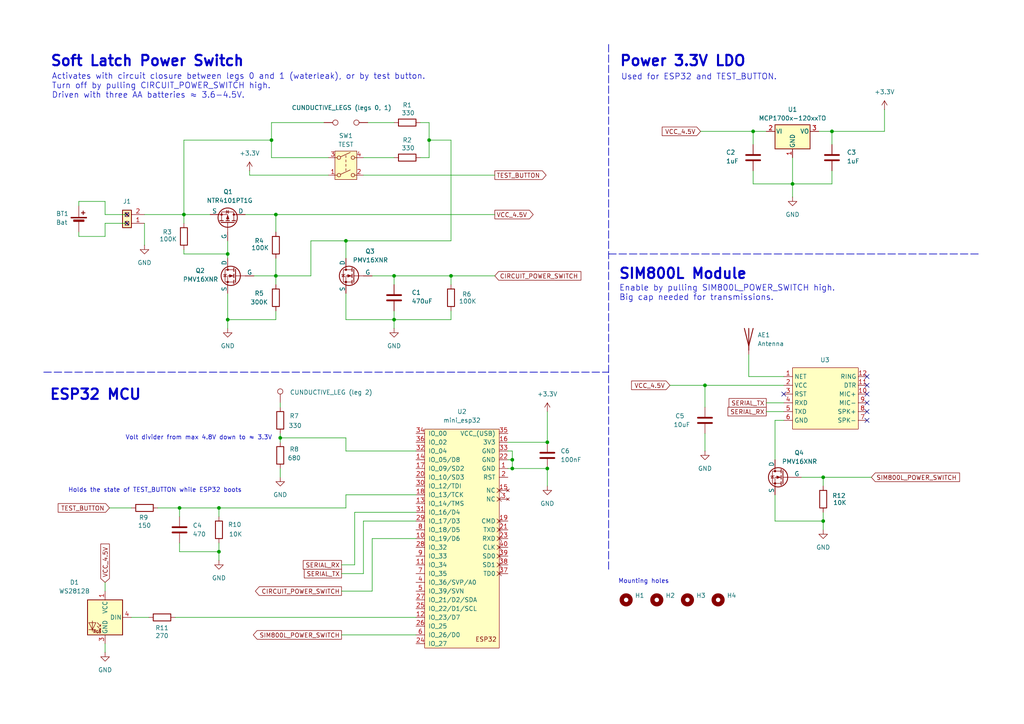
<source format=kicad_sch>
(kicad_sch
	(version 20231120)
	(generator "eeschema")
	(generator_version "8.0")
	(uuid "60aaadb6-22e4-4148-b1e3-ea6c0e67e0dd")
	(paper "A4")
	(title_block
		(title "Waterleak-SMS-alarm")
	)
	(lib_symbols
		(symbol "Connector:Screw_Terminal_01x02"
			(pin_names
				(offset 1.016) hide)
			(exclude_from_sim no)
			(in_bom yes)
			(on_board yes)
			(property "Reference" "J"
				(at 0 2.54 0)
				(effects
					(font
						(size 1.27 1.27)
					)
				)
			)
			(property "Value" "Screw_Terminal_01x02"
				(at 0 -5.08 0)
				(effects
					(font
						(size 1.27 1.27)
					)
				)
			)
			(property "Footprint" ""
				(at 0 0 0)
				(effects
					(font
						(size 1.27 1.27)
					)
					(hide yes)
				)
			)
			(property "Datasheet" "~"
				(at 0 0 0)
				(effects
					(font
						(size 1.27 1.27)
					)
					(hide yes)
				)
			)
			(property "Description" "Generic screw terminal, single row, 01x02, script generated (kicad-library-utils/schlib/autogen/connector/)"
				(at 0 0 0)
				(effects
					(font
						(size 1.27 1.27)
					)
					(hide yes)
				)
			)
			(property "ki_keywords" "screw terminal"
				(at 0 0 0)
				(effects
					(font
						(size 1.27 1.27)
					)
					(hide yes)
				)
			)
			(property "ki_fp_filters" "TerminalBlock*:*"
				(at 0 0 0)
				(effects
					(font
						(size 1.27 1.27)
					)
					(hide yes)
				)
			)
			(symbol "Screw_Terminal_01x02_1_1"
				(rectangle
					(start -1.27 1.27)
					(end 1.27 -3.81)
					(stroke
						(width 0.254)
						(type default)
					)
					(fill
						(type background)
					)
				)
				(circle
					(center 0 -2.54)
					(radius 0.635)
					(stroke
						(width 0.1524)
						(type default)
					)
					(fill
						(type none)
					)
				)
				(polyline
					(pts
						(xy -0.5334 -2.2098) (xy 0.3302 -3.048)
					)
					(stroke
						(width 0.1524)
						(type default)
					)
					(fill
						(type none)
					)
				)
				(polyline
					(pts
						(xy -0.5334 0.3302) (xy 0.3302 -0.508)
					)
					(stroke
						(width 0.1524)
						(type default)
					)
					(fill
						(type none)
					)
				)
				(polyline
					(pts
						(xy -0.3556 -2.032) (xy 0.508 -2.8702)
					)
					(stroke
						(width 0.1524)
						(type default)
					)
					(fill
						(type none)
					)
				)
				(polyline
					(pts
						(xy -0.3556 0.508) (xy 0.508 -0.3302)
					)
					(stroke
						(width 0.1524)
						(type default)
					)
					(fill
						(type none)
					)
				)
				(circle
					(center 0 0)
					(radius 0.635)
					(stroke
						(width 0.1524)
						(type default)
					)
					(fill
						(type none)
					)
				)
				(pin passive line
					(at -5.08 0 0)
					(length 3.81)
					(name "Pin_1"
						(effects
							(font
								(size 1.27 1.27)
							)
						)
					)
					(number "1"
						(effects
							(font
								(size 1.27 1.27)
							)
						)
					)
				)
				(pin passive line
					(at -5.08 -2.54 0)
					(length 3.81)
					(name "Pin_2"
						(effects
							(font
								(size 1.27 1.27)
							)
						)
					)
					(number "2"
						(effects
							(font
								(size 1.27 1.27)
							)
						)
					)
				)
			)
		)
		(symbol "Connector:TestPoint"
			(pin_numbers hide)
			(pin_names
				(offset 0.762) hide)
			(exclude_from_sim no)
			(in_bom yes)
			(on_board yes)
			(property "Reference" "TP"
				(at 0 6.858 0)
				(effects
					(font
						(size 1.27 1.27)
					)
				)
			)
			(property "Value" "TestPoint"
				(at 0 5.08 0)
				(effects
					(font
						(size 1.27 1.27)
					)
				)
			)
			(property "Footprint" ""
				(at 5.08 0 0)
				(effects
					(font
						(size 1.27 1.27)
					)
					(hide yes)
				)
			)
			(property "Datasheet" "~"
				(at 5.08 0 0)
				(effects
					(font
						(size 1.27 1.27)
					)
					(hide yes)
				)
			)
			(property "Description" "test point"
				(at 0 0 0)
				(effects
					(font
						(size 1.27 1.27)
					)
					(hide yes)
				)
			)
			(property "ki_keywords" "test point tp"
				(at 0 0 0)
				(effects
					(font
						(size 1.27 1.27)
					)
					(hide yes)
				)
			)
			(property "ki_fp_filters" "Pin* Test*"
				(at 0 0 0)
				(effects
					(font
						(size 1.27 1.27)
					)
					(hide yes)
				)
			)
			(symbol "TestPoint_0_1"
				(circle
					(center 0 3.302)
					(radius 0.762)
					(stroke
						(width 0)
						(type default)
					)
					(fill
						(type none)
					)
				)
			)
			(symbol "TestPoint_1_1"
				(pin passive line
					(at 0 0 90)
					(length 2.54)
					(name "1"
						(effects
							(font
								(size 1.27 1.27)
							)
						)
					)
					(number "1"
						(effects
							(font
								(size 1.27 1.27)
							)
						)
					)
				)
			)
		)
		(symbol "Device:Antenna"
			(pin_numbers hide)
			(pin_names
				(offset 1.016) hide)
			(exclude_from_sim no)
			(in_bom yes)
			(on_board yes)
			(property "Reference" "AE"
				(at -1.905 1.905 0)
				(effects
					(font
						(size 1.27 1.27)
					)
					(justify right)
				)
			)
			(property "Value" "Antenna"
				(at -1.905 0 0)
				(effects
					(font
						(size 1.27 1.27)
					)
					(justify right)
				)
			)
			(property "Footprint" ""
				(at 0 0 0)
				(effects
					(font
						(size 1.27 1.27)
					)
					(hide yes)
				)
			)
			(property "Datasheet" "~"
				(at 0 0 0)
				(effects
					(font
						(size 1.27 1.27)
					)
					(hide yes)
				)
			)
			(property "Description" "Antenna"
				(at 0 0 0)
				(effects
					(font
						(size 1.27 1.27)
					)
					(hide yes)
				)
			)
			(property "ki_keywords" "antenna"
				(at 0 0 0)
				(effects
					(font
						(size 1.27 1.27)
					)
					(hide yes)
				)
			)
			(symbol "Antenna_0_1"
				(polyline
					(pts
						(xy 0 2.54) (xy 0 -3.81)
					)
					(stroke
						(width 0.254)
						(type default)
					)
					(fill
						(type none)
					)
				)
				(polyline
					(pts
						(xy 1.27 2.54) (xy 0 -2.54) (xy -1.27 2.54)
					)
					(stroke
						(width 0.254)
						(type default)
					)
					(fill
						(type none)
					)
				)
			)
			(symbol "Antenna_1_1"
				(pin input line
					(at 0 -5.08 90)
					(length 2.54)
					(name "A"
						(effects
							(font
								(size 1.27 1.27)
							)
						)
					)
					(number "1"
						(effects
							(font
								(size 1.27 1.27)
							)
						)
					)
				)
			)
		)
		(symbol "Device:Battery_Cell"
			(pin_numbers hide)
			(pin_names
				(offset 0) hide)
			(exclude_from_sim no)
			(in_bom yes)
			(on_board yes)
			(property "Reference" "BT"
				(at 2.54 2.54 0)
				(effects
					(font
						(size 1.27 1.27)
					)
					(justify left)
				)
			)
			(property "Value" "Battery_Cell"
				(at 2.54 0 0)
				(effects
					(font
						(size 1.27 1.27)
					)
					(justify left)
				)
			)
			(property "Footprint" ""
				(at 0 1.524 90)
				(effects
					(font
						(size 1.27 1.27)
					)
					(hide yes)
				)
			)
			(property "Datasheet" "~"
				(at 0 1.524 90)
				(effects
					(font
						(size 1.27 1.27)
					)
					(hide yes)
				)
			)
			(property "Description" "Single-cell battery"
				(at 0 0 0)
				(effects
					(font
						(size 1.27 1.27)
					)
					(hide yes)
				)
			)
			(property "ki_keywords" "battery cell"
				(at 0 0 0)
				(effects
					(font
						(size 1.27 1.27)
					)
					(hide yes)
				)
			)
			(symbol "Battery_Cell_0_1"
				(rectangle
					(start -2.286 1.778)
					(end 2.286 1.524)
					(stroke
						(width 0)
						(type default)
					)
					(fill
						(type outline)
					)
				)
				(rectangle
					(start -1.524 1.016)
					(end 1.524 0.508)
					(stroke
						(width 0)
						(type default)
					)
					(fill
						(type outline)
					)
				)
				(polyline
					(pts
						(xy 0 0.762) (xy 0 0)
					)
					(stroke
						(width 0)
						(type default)
					)
					(fill
						(type none)
					)
				)
				(polyline
					(pts
						(xy 0 1.778) (xy 0 2.54)
					)
					(stroke
						(width 0)
						(type default)
					)
					(fill
						(type none)
					)
				)
				(polyline
					(pts
						(xy 0.762 3.048) (xy 1.778 3.048)
					)
					(stroke
						(width 0.254)
						(type default)
					)
					(fill
						(type none)
					)
				)
				(polyline
					(pts
						(xy 1.27 3.556) (xy 1.27 2.54)
					)
					(stroke
						(width 0.254)
						(type default)
					)
					(fill
						(type none)
					)
				)
			)
			(symbol "Battery_Cell_1_1"
				(pin passive line
					(at 0 5.08 270)
					(length 2.54)
					(name "+"
						(effects
							(font
								(size 1.27 1.27)
							)
						)
					)
					(number "1"
						(effects
							(font
								(size 1.27 1.27)
							)
						)
					)
				)
				(pin passive line
					(at 0 -2.54 90)
					(length 2.54)
					(name "-"
						(effects
							(font
								(size 1.27 1.27)
							)
						)
					)
					(number "2"
						(effects
							(font
								(size 1.27 1.27)
							)
						)
					)
				)
			)
		)
		(symbol "Device:C"
			(pin_numbers hide)
			(pin_names
				(offset 0.254)
			)
			(exclude_from_sim no)
			(in_bom yes)
			(on_board yes)
			(property "Reference" "C"
				(at 0.635 2.54 0)
				(effects
					(font
						(size 1.27 1.27)
					)
					(justify left)
				)
			)
			(property "Value" "C"
				(at 0.635 -2.54 0)
				(effects
					(font
						(size 1.27 1.27)
					)
					(justify left)
				)
			)
			(property "Footprint" ""
				(at 0.9652 -3.81 0)
				(effects
					(font
						(size 1.27 1.27)
					)
					(hide yes)
				)
			)
			(property "Datasheet" "~"
				(at 0 0 0)
				(effects
					(font
						(size 1.27 1.27)
					)
					(hide yes)
				)
			)
			(property "Description" "Unpolarized capacitor"
				(at 0 0 0)
				(effects
					(font
						(size 1.27 1.27)
					)
					(hide yes)
				)
			)
			(property "ki_keywords" "cap capacitor"
				(at 0 0 0)
				(effects
					(font
						(size 1.27 1.27)
					)
					(hide yes)
				)
			)
			(property "ki_fp_filters" "C_*"
				(at 0 0 0)
				(effects
					(font
						(size 1.27 1.27)
					)
					(hide yes)
				)
			)
			(symbol "C_0_1"
				(polyline
					(pts
						(xy -2.032 -0.762) (xy 2.032 -0.762)
					)
					(stroke
						(width 0.508)
						(type default)
					)
					(fill
						(type none)
					)
				)
				(polyline
					(pts
						(xy -2.032 0.762) (xy 2.032 0.762)
					)
					(stroke
						(width 0.508)
						(type default)
					)
					(fill
						(type none)
					)
				)
			)
			(symbol "C_1_1"
				(pin passive line
					(at 0 3.81 270)
					(length 2.794)
					(name "~"
						(effects
							(font
								(size 1.27 1.27)
							)
						)
					)
					(number "1"
						(effects
							(font
								(size 1.27 1.27)
							)
						)
					)
				)
				(pin passive line
					(at 0 -3.81 90)
					(length 2.794)
					(name "~"
						(effects
							(font
								(size 1.27 1.27)
							)
						)
					)
					(number "2"
						(effects
							(font
								(size 1.27 1.27)
							)
						)
					)
				)
			)
		)
		(symbol "Device:R"
			(pin_numbers hide)
			(pin_names
				(offset 0)
			)
			(exclude_from_sim no)
			(in_bom yes)
			(on_board yes)
			(property "Reference" "R"
				(at 2.032 0 90)
				(effects
					(font
						(size 1.27 1.27)
					)
				)
			)
			(property "Value" "R"
				(at 0 0 90)
				(effects
					(font
						(size 1.27 1.27)
					)
				)
			)
			(property "Footprint" ""
				(at -1.778 0 90)
				(effects
					(font
						(size 1.27 1.27)
					)
					(hide yes)
				)
			)
			(property "Datasheet" "~"
				(at 0 0 0)
				(effects
					(font
						(size 1.27 1.27)
					)
					(hide yes)
				)
			)
			(property "Description" "Resistor"
				(at 0 0 0)
				(effects
					(font
						(size 1.27 1.27)
					)
					(hide yes)
				)
			)
			(property "ki_keywords" "R res resistor"
				(at 0 0 0)
				(effects
					(font
						(size 1.27 1.27)
					)
					(hide yes)
				)
			)
			(property "ki_fp_filters" "R_*"
				(at 0 0 0)
				(effects
					(font
						(size 1.27 1.27)
					)
					(hide yes)
				)
			)
			(symbol "R_0_1"
				(rectangle
					(start -1.016 -2.54)
					(end 1.016 2.54)
					(stroke
						(width 0.254)
						(type default)
					)
					(fill
						(type none)
					)
				)
			)
			(symbol "R_1_1"
				(pin passive line
					(at 0 3.81 270)
					(length 1.27)
					(name "~"
						(effects
							(font
								(size 1.27 1.27)
							)
						)
					)
					(number "1"
						(effects
							(font
								(size 1.27 1.27)
							)
						)
					)
				)
				(pin passive line
					(at 0 -3.81 90)
					(length 1.27)
					(name "~"
						(effects
							(font
								(size 1.27 1.27)
							)
						)
					)
					(number "2"
						(effects
							(font
								(size 1.27 1.27)
							)
						)
					)
				)
			)
		)
		(symbol "LED:WS2812B"
			(pin_names
				(offset 0.254)
			)
			(exclude_from_sim no)
			(in_bom yes)
			(on_board yes)
			(property "Reference" "D2"
				(at 11.43 6.3186 0)
				(effects
					(font
						(size 1.27 1.27)
					)
				)
			)
			(property "Value" "WS2812B"
				(at 11.43 3.7786 0)
				(effects
					(font
						(size 1.27 1.27)
					)
				)
			)
			(property "Footprint" "LED_SMD:LED_WS2812B_PLCC4_5.0x5.0mm_P3.2mm"
				(at 1.27 -7.62 0)
				(effects
					(font
						(size 1.27 1.27)
					)
					(justify left top)
					(hide yes)
				)
			)
			(property "Datasheet" "https://cdn-shop.adafruit.com/datasheets/WS2812B.pdf"
				(at 2.54 -9.525 0)
				(effects
					(font
						(size 1.27 1.27)
					)
					(justify left top)
					(hide yes)
				)
			)
			(property "Description" "RGB LED with integrated controller"
				(at 1.27 -13.208 0)
				(effects
					(font
						(size 1.27 1.27)
					)
					(hide yes)
				)
			)
			(property "ki_keywords" "RGB LED NeoPixel addressable"
				(at 0 0 0)
				(effects
					(font
						(size 1.27 1.27)
					)
					(hide yes)
				)
			)
			(property "ki_fp_filters" "LED*WS2812*PLCC*5.0x5.0mm*P3.2mm*"
				(at 0 0 0)
				(effects
					(font
						(size 1.27 1.27)
					)
					(hide yes)
				)
			)
			(symbol "WS2812B_0_0"
				(text "RGB"
					(at 2.286 -4.191 0)
					(effects
						(font
							(size 0.762 0.762)
						)
					)
				)
			)
			(symbol "WS2812B_0_1"
				(rectangle
					(start -5.08 5.08)
					(end 5.08 -5.08)
					(stroke
						(width 0.254)
						(type default)
					)
					(fill
						(type background)
					)
				)
				(polyline
					(pts
						(xy 1.27 -3.556) (xy 1.778 -3.556)
					)
					(stroke
						(width 0)
						(type default)
					)
					(fill
						(type none)
					)
				)
				(polyline
					(pts
						(xy 1.27 -2.54) (xy 1.778 -2.54)
					)
					(stroke
						(width 0)
						(type default)
					)
					(fill
						(type none)
					)
				)
				(polyline
					(pts
						(xy 4.699 -3.556) (xy 2.667 -3.556)
					)
					(stroke
						(width 0)
						(type default)
					)
					(fill
						(type none)
					)
				)
				(polyline
					(pts
						(xy 2.286 -2.54) (xy 1.27 -3.556) (xy 1.27 -3.048)
					)
					(stroke
						(width 0)
						(type default)
					)
					(fill
						(type none)
					)
				)
				(polyline
					(pts
						(xy 2.286 -1.524) (xy 1.27 -2.54) (xy 1.27 -2.032)
					)
					(stroke
						(width 0)
						(type default)
					)
					(fill
						(type none)
					)
				)
				(polyline
					(pts
						(xy 3.683 -1.016) (xy 3.683 -3.556) (xy 3.683 -4.064)
					)
					(stroke
						(width 0)
						(type default)
					)
					(fill
						(type none)
					)
				)
				(polyline
					(pts
						(xy 4.699 -1.524) (xy 2.667 -1.524) (xy 3.683 -3.556) (xy 4.699 -1.524)
					)
					(stroke
						(width 0)
						(type default)
					)
					(fill
						(type none)
					)
				)
			)
			(symbol "WS2812B_1_1"
				(pin power_in line
					(at 0 7.62 270)
					(length 2.54)
					(name "VCC"
						(effects
							(font
								(size 1.27 1.27)
							)
						)
					)
					(number "1"
						(effects
							(font
								(size 1.27 1.27)
							)
						)
					)
				)
				(pin passive line
					(at 0 -7.62 90)
					(length 2.54)
					(name "GND"
						(effects
							(font
								(size 1.27 1.27)
							)
						)
					)
					(number "3"
						(effects
							(font
								(size 1.27 1.27)
							)
						)
					)
				)
				(pin input line
					(at -7.62 0 0)
					(length 2.54)
					(name "DIN"
						(effects
							(font
								(size 1.27 1.27)
							)
						)
					)
					(number "4"
						(effects
							(font
								(size 1.27 1.27)
							)
						)
					)
				)
			)
		)
		(symbol "Mechanical:MountingHole"
			(pin_names
				(offset 1.016)
			)
			(exclude_from_sim yes)
			(in_bom no)
			(on_board yes)
			(property "Reference" "H"
				(at 0 5.08 0)
				(effects
					(font
						(size 1.27 1.27)
					)
				)
			)
			(property "Value" "MountingHole"
				(at 0 3.175 0)
				(effects
					(font
						(size 1.27 1.27)
					)
				)
			)
			(property "Footprint" ""
				(at 0 0 0)
				(effects
					(font
						(size 1.27 1.27)
					)
					(hide yes)
				)
			)
			(property "Datasheet" "~"
				(at 0 0 0)
				(effects
					(font
						(size 1.27 1.27)
					)
					(hide yes)
				)
			)
			(property "Description" "Mounting Hole without connection"
				(at 0 0 0)
				(effects
					(font
						(size 1.27 1.27)
					)
					(hide yes)
				)
			)
			(property "ki_keywords" "mounting hole"
				(at 0 0 0)
				(effects
					(font
						(size 1.27 1.27)
					)
					(hide yes)
				)
			)
			(property "ki_fp_filters" "MountingHole*"
				(at 0 0 0)
				(effects
					(font
						(size 1.27 1.27)
					)
					(hide yes)
				)
			)
			(symbol "MountingHole_0_1"
				(circle
					(center 0 0)
					(radius 1.27)
					(stroke
						(width 1.27)
						(type default)
					)
					(fill
						(type none)
					)
				)
			)
		)
		(symbol "Regulator_Linear:MCP1700x-120xxMB"
			(pin_names
				(offset 0.254)
			)
			(exclude_from_sim no)
			(in_bom yes)
			(on_board yes)
			(property "Reference" "U"
				(at -3.81 3.175 0)
				(effects
					(font
						(size 1.27 1.27)
					)
				)
			)
			(property "Value" "MCP1700x-120xxMB"
				(at 0 3.175 0)
				(effects
					(font
						(size 1.27 1.27)
					)
					(justify left)
				)
			)
			(property "Footprint" "Package_TO_SOT_SMD:SOT-89-3"
				(at 0 5.08 0)
				(effects
					(font
						(size 1.27 1.27)
					)
					(hide yes)
				)
			)
			(property "Datasheet" "http://ww1.microchip.com/downloads/en/DeviceDoc/20001826D.pdf"
				(at 0 -1.27 0)
				(effects
					(font
						(size 1.27 1.27)
					)
					(hide yes)
				)
			)
			(property "Description" "250mA Low Quiscent Current LDO, 1.2V output, SOT-89"
				(at 0 0 0)
				(effects
					(font
						(size 1.27 1.27)
					)
					(hide yes)
				)
			)
			(property "ki_keywords" "regulator linear ldo"
				(at 0 0 0)
				(effects
					(font
						(size 1.27 1.27)
					)
					(hide yes)
				)
			)
			(property "ki_fp_filters" "SOT?89*"
				(at 0 0 0)
				(effects
					(font
						(size 1.27 1.27)
					)
					(hide yes)
				)
			)
			(symbol "MCP1700x-120xxMB_0_1"
				(rectangle
					(start -5.08 -5.08)
					(end 5.08 1.905)
					(stroke
						(width 0.254)
						(type default)
					)
					(fill
						(type background)
					)
				)
			)
			(symbol "MCP1700x-120xxMB_1_1"
				(pin power_in line
					(at 0 -7.62 90)
					(length 2.54)
					(name "GND"
						(effects
							(font
								(size 1.27 1.27)
							)
						)
					)
					(number "1"
						(effects
							(font
								(size 1.27 1.27)
							)
						)
					)
				)
				(pin power_in line
					(at -7.62 0 0)
					(length 2.54)
					(name "VI"
						(effects
							(font
								(size 1.27 1.27)
							)
						)
					)
					(number "2"
						(effects
							(font
								(size 1.27 1.27)
							)
						)
					)
				)
				(pin power_out line
					(at 7.62 0 180)
					(length 2.54)
					(name "VO"
						(effects
							(font
								(size 1.27 1.27)
							)
						)
					)
					(number "3"
						(effects
							(font
								(size 1.27 1.27)
							)
						)
					)
				)
			)
		)
		(symbol "Simulation_SPICE:NMOS"
			(pin_numbers hide)
			(pin_names
				(offset 0)
			)
			(exclude_from_sim no)
			(in_bom yes)
			(on_board yes)
			(property "Reference" "Q"
				(at 5.08 1.27 0)
				(effects
					(font
						(size 1.27 1.27)
					)
					(justify left)
				)
			)
			(property "Value" "NMOS"
				(at 5.08 -1.27 0)
				(effects
					(font
						(size 1.27 1.27)
					)
					(justify left)
				)
			)
			(property "Footprint" ""
				(at 5.08 2.54 0)
				(effects
					(font
						(size 1.27 1.27)
					)
					(hide yes)
				)
			)
			(property "Datasheet" "https://ngspice.sourceforge.io/docs/ngspice-html-manual/manual.xhtml#cha_MOSFETs"
				(at 0 -12.7 0)
				(effects
					(font
						(size 1.27 1.27)
					)
					(hide yes)
				)
			)
			(property "Description" "N-MOSFET transistor, drain/source/gate"
				(at 0 0 0)
				(effects
					(font
						(size 1.27 1.27)
					)
					(hide yes)
				)
			)
			(property "Sim.Device" "NMOS"
				(at 0 -17.145 0)
				(effects
					(font
						(size 1.27 1.27)
					)
					(hide yes)
				)
			)
			(property "Sim.Type" "VDMOS"
				(at 0 -19.05 0)
				(effects
					(font
						(size 1.27 1.27)
					)
					(hide yes)
				)
			)
			(property "Sim.Pins" "1=D 2=G 3=S"
				(at 0 -15.24 0)
				(effects
					(font
						(size 1.27 1.27)
					)
					(hide yes)
				)
			)
			(property "ki_keywords" "transistor NMOS N-MOS N-MOSFET simulation"
				(at 0 0 0)
				(effects
					(font
						(size 1.27 1.27)
					)
					(hide yes)
				)
			)
			(symbol "NMOS_0_1"
				(polyline
					(pts
						(xy 0.254 0) (xy -2.54 0)
					)
					(stroke
						(width 0)
						(type default)
					)
					(fill
						(type none)
					)
				)
				(polyline
					(pts
						(xy 0.254 1.905) (xy 0.254 -1.905)
					)
					(stroke
						(width 0.254)
						(type default)
					)
					(fill
						(type none)
					)
				)
				(polyline
					(pts
						(xy 0.762 -1.27) (xy 0.762 -2.286)
					)
					(stroke
						(width 0.254)
						(type default)
					)
					(fill
						(type none)
					)
				)
				(polyline
					(pts
						(xy 0.762 0.508) (xy 0.762 -0.508)
					)
					(stroke
						(width 0.254)
						(type default)
					)
					(fill
						(type none)
					)
				)
				(polyline
					(pts
						(xy 0.762 2.286) (xy 0.762 1.27)
					)
					(stroke
						(width 0.254)
						(type default)
					)
					(fill
						(type none)
					)
				)
				(polyline
					(pts
						(xy 2.54 2.54) (xy 2.54 1.778)
					)
					(stroke
						(width 0)
						(type default)
					)
					(fill
						(type none)
					)
				)
				(polyline
					(pts
						(xy 2.54 -2.54) (xy 2.54 0) (xy 0.762 0)
					)
					(stroke
						(width 0)
						(type default)
					)
					(fill
						(type none)
					)
				)
				(polyline
					(pts
						(xy 0.762 -1.778) (xy 3.302 -1.778) (xy 3.302 1.778) (xy 0.762 1.778)
					)
					(stroke
						(width 0)
						(type default)
					)
					(fill
						(type none)
					)
				)
				(polyline
					(pts
						(xy 1.016 0) (xy 2.032 0.381) (xy 2.032 -0.381) (xy 1.016 0)
					)
					(stroke
						(width 0)
						(type default)
					)
					(fill
						(type outline)
					)
				)
				(polyline
					(pts
						(xy 2.794 0.508) (xy 2.921 0.381) (xy 3.683 0.381) (xy 3.81 0.254)
					)
					(stroke
						(width 0)
						(type default)
					)
					(fill
						(type none)
					)
				)
				(polyline
					(pts
						(xy 3.302 0.381) (xy 2.921 -0.254) (xy 3.683 -0.254) (xy 3.302 0.381)
					)
					(stroke
						(width 0)
						(type default)
					)
					(fill
						(type none)
					)
				)
				(circle
					(center 1.651 0)
					(radius 2.794)
					(stroke
						(width 0.254)
						(type default)
					)
					(fill
						(type none)
					)
				)
				(circle
					(center 2.54 -1.778)
					(radius 0.254)
					(stroke
						(width 0)
						(type default)
					)
					(fill
						(type outline)
					)
				)
				(circle
					(center 2.54 1.778)
					(radius 0.254)
					(stroke
						(width 0)
						(type default)
					)
					(fill
						(type outline)
					)
				)
			)
			(symbol "NMOS_1_1"
				(pin passive line
					(at 2.54 5.08 270)
					(length 2.54)
					(name "D"
						(effects
							(font
								(size 1.27 1.27)
							)
						)
					)
					(number "1"
						(effects
							(font
								(size 1.27 1.27)
							)
						)
					)
				)
				(pin input line
					(at -5.08 0 0)
					(length 2.54)
					(name "G"
						(effects
							(font
								(size 1.27 1.27)
							)
						)
					)
					(number "2"
						(effects
							(font
								(size 1.27 1.27)
							)
						)
					)
				)
				(pin passive line
					(at 2.54 -5.08 90)
					(length 2.54)
					(name "S"
						(effects
							(font
								(size 1.27 1.27)
							)
						)
					)
					(number "3"
						(effects
							(font
								(size 1.27 1.27)
							)
						)
					)
				)
			)
		)
		(symbol "Simulation_SPICE:PMOS"
			(pin_numbers hide)
			(pin_names
				(offset 0)
			)
			(exclude_from_sim no)
			(in_bom yes)
			(on_board yes)
			(property "Reference" "Q"
				(at 5.08 1.27 0)
				(effects
					(font
						(size 1.27 1.27)
					)
					(justify left)
				)
			)
			(property "Value" "PMOS"
				(at 5.08 -1.27 0)
				(effects
					(font
						(size 1.27 1.27)
					)
					(justify left)
				)
			)
			(property "Footprint" ""
				(at 5.08 2.54 0)
				(effects
					(font
						(size 1.27 1.27)
					)
					(hide yes)
				)
			)
			(property "Datasheet" "https://ngspice.sourceforge.io/docs/ngspice-html-manual/manual.xhtml#cha_MOSFETs"
				(at 0 -12.7 0)
				(effects
					(font
						(size 1.27 1.27)
					)
					(hide yes)
				)
			)
			(property "Description" "P-MOSFET transistor, drain/source/gate"
				(at 0 0 0)
				(effects
					(font
						(size 1.27 1.27)
					)
					(hide yes)
				)
			)
			(property "Sim.Device" "PMOS"
				(at 0 -17.145 0)
				(effects
					(font
						(size 1.27 1.27)
					)
					(hide yes)
				)
			)
			(property "Sim.Type" "VDMOS"
				(at 0 -19.05 0)
				(effects
					(font
						(size 1.27 1.27)
					)
					(hide yes)
				)
			)
			(property "Sim.Pins" "1=D 2=G 3=S"
				(at 0 -15.24 0)
				(effects
					(font
						(size 1.27 1.27)
					)
					(hide yes)
				)
			)
			(property "ki_keywords" "transistor PMOS P-MOS P-MOSFET simulation"
				(at 0 0 0)
				(effects
					(font
						(size 1.27 1.27)
					)
					(hide yes)
				)
			)
			(symbol "PMOS_0_1"
				(polyline
					(pts
						(xy 0.254 0) (xy -2.54 0)
					)
					(stroke
						(width 0)
						(type default)
					)
					(fill
						(type none)
					)
				)
				(polyline
					(pts
						(xy 0.254 1.905) (xy 0.254 -1.905)
					)
					(stroke
						(width 0.254)
						(type default)
					)
					(fill
						(type none)
					)
				)
				(polyline
					(pts
						(xy 0.762 -1.27) (xy 0.762 -2.286)
					)
					(stroke
						(width 0.254)
						(type default)
					)
					(fill
						(type none)
					)
				)
				(polyline
					(pts
						(xy 0.762 0.508) (xy 0.762 -0.508)
					)
					(stroke
						(width 0.254)
						(type default)
					)
					(fill
						(type none)
					)
				)
				(polyline
					(pts
						(xy 0.762 2.286) (xy 0.762 1.27)
					)
					(stroke
						(width 0.254)
						(type default)
					)
					(fill
						(type none)
					)
				)
				(polyline
					(pts
						(xy 2.54 2.54) (xy 2.54 1.778)
					)
					(stroke
						(width 0)
						(type default)
					)
					(fill
						(type none)
					)
				)
				(polyline
					(pts
						(xy 2.54 -2.54) (xy 2.54 0) (xy 0.762 0)
					)
					(stroke
						(width 0)
						(type default)
					)
					(fill
						(type none)
					)
				)
				(polyline
					(pts
						(xy 0.762 1.778) (xy 3.302 1.778) (xy 3.302 -1.778) (xy 0.762 -1.778)
					)
					(stroke
						(width 0)
						(type default)
					)
					(fill
						(type none)
					)
				)
				(polyline
					(pts
						(xy 2.286 0) (xy 1.27 0.381) (xy 1.27 -0.381) (xy 2.286 0)
					)
					(stroke
						(width 0)
						(type default)
					)
					(fill
						(type outline)
					)
				)
				(polyline
					(pts
						(xy 2.794 -0.508) (xy 2.921 -0.381) (xy 3.683 -0.381) (xy 3.81 -0.254)
					)
					(stroke
						(width 0)
						(type default)
					)
					(fill
						(type none)
					)
				)
				(polyline
					(pts
						(xy 3.302 -0.381) (xy 2.921 0.254) (xy 3.683 0.254) (xy 3.302 -0.381)
					)
					(stroke
						(width 0)
						(type default)
					)
					(fill
						(type none)
					)
				)
				(circle
					(center 1.651 0)
					(radius 2.794)
					(stroke
						(width 0.254)
						(type default)
					)
					(fill
						(type none)
					)
				)
				(circle
					(center 2.54 -1.778)
					(radius 0.254)
					(stroke
						(width 0)
						(type default)
					)
					(fill
						(type outline)
					)
				)
				(circle
					(center 2.54 1.778)
					(radius 0.254)
					(stroke
						(width 0)
						(type default)
					)
					(fill
						(type outline)
					)
				)
			)
			(symbol "PMOS_1_1"
				(pin passive line
					(at 2.54 5.08 270)
					(length 2.54)
					(name "D"
						(effects
							(font
								(size 1.27 1.27)
							)
						)
					)
					(number "1"
						(effects
							(font
								(size 1.27 1.27)
							)
						)
					)
				)
				(pin input line
					(at -5.08 0 0)
					(length 2.54)
					(name "G"
						(effects
							(font
								(size 1.27 1.27)
							)
						)
					)
					(number "2"
						(effects
							(font
								(size 1.27 1.27)
							)
						)
					)
				)
				(pin passive line
					(at 2.54 -5.08 90)
					(length 2.54)
					(name "S"
						(effects
							(font
								(size 1.27 1.27)
							)
						)
					)
					(number "3"
						(effects
							(font
								(size 1.27 1.27)
							)
						)
					)
				)
			)
		)
		(symbol "Switch:SW_DPST"
			(pin_names
				(offset 0) hide)
			(exclude_from_sim no)
			(in_bom yes)
			(on_board yes)
			(property "Reference" "SW"
				(at 0 6.35 0)
				(effects
					(font
						(size 1.27 1.27)
					)
				)
			)
			(property "Value" "SW_DPST"
				(at 0 -5.08 0)
				(effects
					(font
						(size 1.27 1.27)
					)
				)
			)
			(property "Footprint" ""
				(at 0 0 0)
				(effects
					(font
						(size 1.27 1.27)
					)
					(hide yes)
				)
			)
			(property "Datasheet" "~"
				(at 0 0 0)
				(effects
					(font
						(size 1.27 1.27)
					)
					(hide yes)
				)
			)
			(property "Description" "Double Pole Single Throw (DPST) Switch"
				(at 0 0 0)
				(effects
					(font
						(size 1.27 1.27)
					)
					(hide yes)
				)
			)
			(property "ki_keywords" "switch dual double-pole single-throw OFF-ON"
				(at 0 0 0)
				(effects
					(font
						(size 1.27 1.27)
					)
					(hide yes)
				)
			)
			(symbol "SW_DPST_0_0"
				(circle
					(center -2.032 -2.54)
					(radius 0.508)
					(stroke
						(width 0)
						(type default)
					)
					(fill
						(type none)
					)
				)
				(circle
					(center -2.032 2.54)
					(radius 0.508)
					(stroke
						(width 0)
						(type default)
					)
					(fill
						(type none)
					)
				)
				(polyline
					(pts
						(xy -1.524 -2.286) (xy 1.27 -1.016)
					)
					(stroke
						(width 0)
						(type default)
					)
					(fill
						(type none)
					)
				)
				(polyline
					(pts
						(xy -1.524 2.794) (xy 1.27 4.064)
					)
					(stroke
						(width 0)
						(type default)
					)
					(fill
						(type none)
					)
				)
				(polyline
					(pts
						(xy 0 -1.27) (xy 0 -0.635)
					)
					(stroke
						(width 0)
						(type default)
					)
					(fill
						(type none)
					)
				)
				(polyline
					(pts
						(xy 0 0) (xy 0 0.635)
					)
					(stroke
						(width 0)
						(type default)
					)
					(fill
						(type none)
					)
				)
				(polyline
					(pts
						(xy 0 1.27) (xy 0 1.905)
					)
					(stroke
						(width 0)
						(type default)
					)
					(fill
						(type none)
					)
				)
				(polyline
					(pts
						(xy 0 2.54) (xy 0 3.175)
					)
					(stroke
						(width 0)
						(type default)
					)
					(fill
						(type none)
					)
				)
				(circle
					(center 2.032 -2.54)
					(radius 0.508)
					(stroke
						(width 0)
						(type default)
					)
					(fill
						(type none)
					)
				)
				(circle
					(center 2.032 2.54)
					(radius 0.508)
					(stroke
						(width 0)
						(type default)
					)
					(fill
						(type none)
					)
				)
			)
			(symbol "SW_DPST_1_1"
				(rectangle
					(start -3.175 4.445)
					(end 3.175 -3.81)
					(stroke
						(width 0)
						(type default)
					)
					(fill
						(type background)
					)
				)
				(pin passive line
					(at -5.08 -2.54 0)
					(length 2.54)
					(name "1"
						(effects
							(font
								(size 1.27 1.27)
							)
						)
					)
					(number "1"
						(effects
							(font
								(size 1.27 1.27)
							)
						)
					)
				)
				(pin passive line
					(at 5.08 -2.54 180)
					(length 2.54)
					(name "2"
						(effects
							(font
								(size 1.27 1.27)
							)
						)
					)
					(number "2"
						(effects
							(font
								(size 1.27 1.27)
							)
						)
					)
				)
				(pin passive line
					(at -5.08 2.54 0)
					(length 2.54)
					(name "3"
						(effects
							(font
								(size 1.27 1.27)
							)
						)
					)
					(number "3"
						(effects
							(font
								(size 1.27 1.27)
							)
						)
					)
				)
				(pin passive line
					(at 5.08 2.54 180)
					(length 2.54)
					(name "4"
						(effects
							(font
								(size 1.27 1.27)
							)
						)
					)
					(number "4"
						(effects
							(font
								(size 1.27 1.27)
							)
						)
					)
				)
			)
		)
		(symbol "power:+3.3V"
			(power)
			(pin_numbers hide)
			(pin_names
				(offset 0) hide)
			(exclude_from_sim no)
			(in_bom yes)
			(on_board yes)
			(property "Reference" "#PWR"
				(at 0 -3.81 0)
				(effects
					(font
						(size 1.27 1.27)
					)
					(hide yes)
				)
			)
			(property "Value" "+3.3V"
				(at 0 3.556 0)
				(effects
					(font
						(size 1.27 1.27)
					)
				)
			)
			(property "Footprint" ""
				(at 0 0 0)
				(effects
					(font
						(size 1.27 1.27)
					)
					(hide yes)
				)
			)
			(property "Datasheet" ""
				(at 0 0 0)
				(effects
					(font
						(size 1.27 1.27)
					)
					(hide yes)
				)
			)
			(property "Description" "Power symbol creates a global label with name \"+3.3V\""
				(at 0 0 0)
				(effects
					(font
						(size 1.27 1.27)
					)
					(hide yes)
				)
			)
			(property "ki_keywords" "global power"
				(at 0 0 0)
				(effects
					(font
						(size 1.27 1.27)
					)
					(hide yes)
				)
			)
			(symbol "+3.3V_0_1"
				(polyline
					(pts
						(xy -0.762 1.27) (xy 0 2.54)
					)
					(stroke
						(width 0)
						(type default)
					)
					(fill
						(type none)
					)
				)
				(polyline
					(pts
						(xy 0 0) (xy 0 2.54)
					)
					(stroke
						(width 0)
						(type default)
					)
					(fill
						(type none)
					)
				)
				(polyline
					(pts
						(xy 0 2.54) (xy 0.762 1.27)
					)
					(stroke
						(width 0)
						(type default)
					)
					(fill
						(type none)
					)
				)
			)
			(symbol "+3.3V_1_1"
				(pin power_in line
					(at 0 0 90)
					(length 0)
					(name "~"
						(effects
							(font
								(size 1.27 1.27)
							)
						)
					)
					(number "1"
						(effects
							(font
								(size 1.27 1.27)
							)
						)
					)
				)
			)
		)
		(symbol "power:GND"
			(power)
			(pin_numbers hide)
			(pin_names
				(offset 0) hide)
			(exclude_from_sim no)
			(in_bom yes)
			(on_board yes)
			(property "Reference" "#PWR"
				(at 0 -6.35 0)
				(effects
					(font
						(size 1.27 1.27)
					)
					(hide yes)
				)
			)
			(property "Value" "GND"
				(at 0 -3.81 0)
				(effects
					(font
						(size 1.27 1.27)
					)
				)
			)
			(property "Footprint" ""
				(at 0 0 0)
				(effects
					(font
						(size 1.27 1.27)
					)
					(hide yes)
				)
			)
			(property "Datasheet" ""
				(at 0 0 0)
				(effects
					(font
						(size 1.27 1.27)
					)
					(hide yes)
				)
			)
			(property "Description" "Power symbol creates a global label with name \"GND\" , ground"
				(at 0 0 0)
				(effects
					(font
						(size 1.27 1.27)
					)
					(hide yes)
				)
			)
			(property "ki_keywords" "global power"
				(at 0 0 0)
				(effects
					(font
						(size 1.27 1.27)
					)
					(hide yes)
				)
			)
			(symbol "GND_0_1"
				(polyline
					(pts
						(xy 0 0) (xy 0 -1.27) (xy 1.27 -1.27) (xy 0 -2.54) (xy -1.27 -1.27) (xy 0 -1.27)
					)
					(stroke
						(width 0)
						(type default)
					)
					(fill
						(type none)
					)
				)
			)
			(symbol "GND_1_1"
				(pin power_in line
					(at 0 0 270)
					(length 0)
					(name "~"
						(effects
							(font
								(size 1.27 1.27)
							)
						)
					)
					(number "1"
						(effects
							(font
								(size 1.27 1.27)
							)
						)
					)
				)
			)
		)
		(symbol "sim800l-core:SIM800L-CORE"
			(exclude_from_sim no)
			(in_bom yes)
			(on_board yes)
			(property "Reference" "U"
				(at -7.62 8.89 0)
				(effects
					(font
						(size 1.27 1.27)
					)
				)
			)
			(property "Value" "SIM800L-CORE"
				(at 0 -12.7 0)
				(effects
					(font
						(size 1.27 1.27)
					)
				)
			)
			(property "Footprint" ""
				(at 0 0 0)
				(effects
					(font
						(size 1.27 1.27)
					)
					(hide yes)
				)
			)
			(property "Datasheet" ""
				(at 0 0 0)
				(effects
					(font
						(size 1.27 1.27)
					)
					(hide yes)
				)
			)
			(property "Description" ""
				(at 0 0 0)
				(effects
					(font
						(size 1.27 1.27)
					)
					(hide yes)
				)
			)
			(symbol "SIM800L-CORE_0_1"
				(rectangle
					(start -8.89 7.62)
					(end 10.16 -10.16)
					(stroke
						(width 0.1524)
						(type default)
					)
					(fill
						(type background)
					)
				)
			)
			(symbol "SIM800L-CORE_1_1"
				(pin bidirectional line
					(at -11.43 5.08 0)
					(length 2.54)
					(name "NET"
						(effects
							(font
								(size 1.27 1.27)
							)
						)
					)
					(number "1"
						(effects
							(font
								(size 1.27 1.27)
							)
						)
					)
				)
				(pin output line
					(at 12.7 0 180)
					(length 2.54)
					(name "MIC+"
						(effects
							(font
								(size 1.27 1.27)
							)
						)
					)
					(number "10"
						(effects
							(font
								(size 1.27 1.27)
							)
						)
					)
				)
				(pin passive line
					(at 12.7 2.54 180)
					(length 2.54)
					(name "DTR"
						(effects
							(font
								(size 1.27 1.27)
							)
						)
					)
					(number "11"
						(effects
							(font
								(size 1.27 1.27)
							)
						)
					)
				)
				(pin output line
					(at 12.7 5.08 180)
					(length 2.54)
					(name "RING"
						(effects
							(font
								(size 1.27 1.27)
							)
						)
					)
					(number "12"
						(effects
							(font
								(size 1.27 1.27)
							)
						)
					)
				)
				(pin power_in line
					(at -11.43 2.54 0)
					(length 2.54)
					(name "VCC"
						(effects
							(font
								(size 1.27 1.27)
							)
						)
					)
					(number "2"
						(effects
							(font
								(size 1.27 1.27)
							)
						)
					)
				)
				(pin input line
					(at -11.43 0 0)
					(length 2.54)
					(name "RST"
						(effects
							(font
								(size 1.27 1.27)
							)
						)
					)
					(number "3"
						(effects
							(font
								(size 1.27 1.27)
							)
						)
					)
				)
				(pin input line
					(at -11.43 -2.54 0)
					(length 2.54)
					(name "RXD"
						(effects
							(font
								(size 1.27 1.27)
							)
						)
					)
					(number "4"
						(effects
							(font
								(size 1.27 1.27)
							)
						)
					)
				)
				(pin output line
					(at -11.43 -5.08 0)
					(length 2.54)
					(name "TXD"
						(effects
							(font
								(size 1.27 1.27)
							)
						)
					)
					(number "5"
						(effects
							(font
								(size 1.27 1.27)
							)
						)
					)
				)
				(pin power_in line
					(at -11.43 -7.62 0)
					(length 2.54)
					(name "GND"
						(effects
							(font
								(size 1.27 1.27)
							)
						)
					)
					(number "6"
						(effects
							(font
								(size 1.27 1.27)
							)
						)
					)
				)
				(pin output line
					(at 12.7 -7.62 180)
					(length 2.54)
					(name "SPK-"
						(effects
							(font
								(size 1.27 1.27)
							)
						)
					)
					(number "7"
						(effects
							(font
								(size 1.27 1.27)
							)
						)
					)
				)
				(pin output line
					(at 12.7 -5.08 180)
					(length 2.54)
					(name "SPK+"
						(effects
							(font
								(size 1.27 1.27)
							)
						)
					)
					(number "8"
						(effects
							(font
								(size 1.27 1.27)
							)
						)
					)
				)
				(pin output line
					(at 12.7 -2.54 180)
					(length 2.54)
					(name "MIC-"
						(effects
							(font
								(size 1.27 1.27)
							)
						)
					)
					(number "9"
						(effects
							(font
								(size 1.27 1.27)
							)
						)
					)
				)
			)
		)
		(symbol "water-leak-symbols:mini_esp32"
			(pin_names
				(offset 1.016)
			)
			(exclude_from_sim no)
			(in_bom yes)
			(on_board yes)
			(property "Reference" "U"
				(at -7.62 -50.8 0)
				(effects
					(font
						(size 1.27 1.27)
					)
				)
			)
			(property "Value" "mini_esp32"
				(at 5.08 -59.69 0)
				(effects
					(font
						(size 1.27 1.27)
					)
				)
			)
			(property "Footprint" ""
				(at 3.81 2.54 0)
				(effects
					(font
						(size 1.27 1.27)
					)
					(hide yes)
				)
			)
			(property "Datasheet" ""
				(at 3.81 2.54 0)
				(effects
					(font
						(size 1.27 1.27)
					)
					(hide yes)
				)
			)
			(property "Description" ""
				(at 0 0 0)
				(effects
					(font
						(size 1.27 1.27)
					)
					(hide yes)
				)
			)
			(symbol "mini_esp32_0_0"
				(text "ESP32"
					(at 7.62 -62.23 0)
					(effects
						(font
							(size 1.27 1.27)
						)
					)
				)
				(pin power_in line
					(at 13.97 -12.7 180)
					(length 2.54)
					(name "GND"
						(effects
							(font
								(size 1.27 1.27)
							)
						)
					)
					(number "1"
						(effects
							(font
								(size 1.27 1.27)
							)
						)
					)
				)
				(pin input line
					(at 13.97 -15.24 180)
					(length 2.54)
					(name "RST"
						(effects
							(font
								(size 1.27 1.27)
							)
						)
					)
					(number "2"
						(effects
							(font
								(size 1.27 1.27)
							)
						)
					)
				)
				(pin no_connect non_logic
					(at 13.97 -21.59 180)
					(length 2.54)
					(name "NC"
						(effects
							(font
								(size 1.27 1.27)
							)
						)
					)
					(number "3"
						(effects
							(font
								(size 1.27 1.27)
							)
						)
					)
				)
				(pin bidirectional line
					(at -12.7 -45.72 0)
					(length 2.54)
					(name "IO_36/SVP/A0"
						(effects
							(font
								(size 1.27 1.27)
							)
						)
					)
					(number "4"
						(effects
							(font
								(size 1.27 1.27)
							)
						)
					)
				)
				(pin bidirectional line
					(at -12.7 -48.26 0)
					(length 2.54)
					(name "IO_39/SVN"
						(effects
							(font
								(size 1.27 1.27)
							)
						)
					)
					(number "5"
						(effects
							(font
								(size 1.27 1.27)
							)
						)
					)
				)
			)
			(symbol "mini_esp32_0_1"
				(rectangle
					(start -10.16 -1.27)
					(end 11.43 -64.77)
					(stroke
						(width 0)
						(type solid)
					)
					(fill
						(type background)
					)
				)
			)
			(symbol "mini_esp32_1_1"
				(pin bidirectional line
					(at -12.7 -33.02 0)
					(length 2.54)
					(name "IO_19/D6"
						(effects
							(font
								(size 1.27 1.27)
							)
						)
					)
					(number "10"
						(effects
							(font
								(size 1.27 1.27)
							)
						)
					)
				)
				(pin bidirectional line
					(at -12.7 -40.64 0)
					(length 2.54)
					(name "IO_34"
						(effects
							(font
								(size 1.27 1.27)
							)
						)
					)
					(number "11"
						(effects
							(font
								(size 1.27 1.27)
							)
						)
					)
				)
				(pin bidirectional line
					(at -12.7 -55.88 0)
					(length 2.54)
					(name "IO_23/D7"
						(effects
							(font
								(size 1.27 1.27)
							)
						)
					)
					(number "12"
						(effects
							(font
								(size 1.27 1.27)
							)
						)
					)
				)
				(pin bidirectional line
					(at -12.7 -22.86 0)
					(length 2.54)
					(name "IO_14/TMS"
						(effects
							(font
								(size 1.27 1.27)
							)
						)
					)
					(number "13"
						(effects
							(font
								(size 1.27 1.27)
							)
						)
					)
				)
				(pin bidirectional line
					(at -12.7 -10.16 0)
					(length 2.54)
					(name "IO_05/D8"
						(effects
							(font
								(size 1.27 1.27)
							)
						)
					)
					(number "14"
						(effects
							(font
								(size 1.27 1.27)
							)
						)
					)
				)
				(pin no_connect non_logic
					(at 13.97 -19.05 180)
					(length 2.54)
					(name "NC"
						(effects
							(font
								(size 1.27 1.27)
							)
						)
					)
					(number "15"
						(effects
							(font
								(size 1.27 1.27)
							)
						)
					)
				)
				(pin power_in line
					(at 13.97 -5.08 180)
					(length 2.54)
					(name "3V3"
						(effects
							(font
								(size 1.27 1.27)
							)
						)
					)
					(number "16"
						(effects
							(font
								(size 1.27 1.27)
							)
						)
					)
				)
				(pin bidirectional line
					(at -12.7 -12.7 0)
					(length 2.54)
					(name "IO_09/SD2"
						(effects
							(font
								(size 1.27 1.27)
							)
						)
					)
					(number "17"
						(effects
							(font
								(size 1.27 1.27)
							)
						)
					)
				)
				(pin bidirectional line
					(at -12.7 -20.32 0)
					(length 2.54)
					(name "IO_13/TCK"
						(effects
							(font
								(size 1.27 1.27)
							)
						)
					)
					(number "18"
						(effects
							(font
								(size 1.27 1.27)
							)
						)
					)
				)
				(pin passive non_logic
					(at 13.97 -27.94 180)
					(length 2.54)
					(name "CMD"
						(effects
							(font
								(size 1.27 1.27)
							)
						)
					)
					(number "19"
						(effects
							(font
								(size 1.27 1.27)
							)
						)
					)
				)
				(pin bidirectional line
					(at -12.7 -15.24 0)
					(length 2.54)
					(name "IO_10/SD3"
						(effects
							(font
								(size 1.27 1.27)
							)
						)
					)
					(number "20"
						(effects
							(font
								(size 1.27 1.27)
							)
						)
					)
				)
				(pin passive non_logic
					(at 13.97 -30.48 180)
					(length 2.54)
					(name "TXD"
						(effects
							(font
								(size 1.27 1.27)
							)
						)
					)
					(number "21"
						(effects
							(font
								(size 1.27 1.27)
							)
						)
					)
				)
				(pin power_in line
					(at 13.97 -10.16 180)
					(length 2.54)
					(name "GND"
						(effects
							(font
								(size 1.27 1.27)
							)
						)
					)
					(number "22"
						(effects
							(font
								(size 1.27 1.27)
							)
						)
					)
				)
				(pin passive non_logic
					(at 13.97 -33.02 180)
					(length 2.54)
					(name "RXD"
						(effects
							(font
								(size 1.27 1.27)
							)
						)
					)
					(number "23"
						(effects
							(font
								(size 1.27 1.27)
							)
						)
					)
				)
				(pin bidirectional line
					(at -12.7 -63.5 0)
					(length 2.54)
					(name "IO_27"
						(effects
							(font
								(size 1.27 1.27)
							)
						)
					)
					(number "24"
						(effects
							(font
								(size 1.27 1.27)
							)
						)
					)
				)
				(pin bidirectional line
					(at -12.7 -53.34 0)
					(length 2.54)
					(name "IO_22/D1/SCL"
						(effects
							(font
								(size 1.27 1.27)
							)
						)
					)
					(number "25"
						(effects
							(font
								(size 1.27 1.27)
							)
						)
					)
				)
				(pin bidirectional line
					(at -12.7 -58.42 0)
					(length 2.54)
					(name "IO_25"
						(effects
							(font
								(size 1.27 1.27)
							)
						)
					)
					(number "26"
						(effects
							(font
								(size 1.27 1.27)
							)
						)
					)
				)
				(pin bidirectional line
					(at -12.7 -50.8 0)
					(length 2.54)
					(name "IO_21/D2/SDA"
						(effects
							(font
								(size 1.27 1.27)
							)
						)
					)
					(number "27"
						(effects
							(font
								(size 1.27 1.27)
							)
						)
					)
				)
				(pin bidirectional line
					(at -12.7 -35.56 0)
					(length 2.54)
					(name "IO_32"
						(effects
							(font
								(size 1.27 1.27)
							)
						)
					)
					(number "28"
						(effects
							(font
								(size 1.27 1.27)
							)
						)
					)
				)
				(pin bidirectional line
					(at -12.7 -27.94 0)
					(length 2.54)
					(name "IO_17/D3"
						(effects
							(font
								(size 1.27 1.27)
							)
						)
					)
					(number "29"
						(effects
							(font
								(size 1.27 1.27)
							)
						)
					)
				)
				(pin bidirectional line
					(at -12.7 -17.78 0)
					(length 2.54)
					(name "IO_12/TDI"
						(effects
							(font
								(size 1.27 1.27)
							)
						)
					)
					(number "30"
						(effects
							(font
								(size 1.27 1.27)
							)
						)
					)
				)
				(pin bidirectional line
					(at -12.7 -25.4 0)
					(length 2.54)
					(name "IO_16/D4"
						(effects
							(font
								(size 1.27 1.27)
							)
						)
					)
					(number "31"
						(effects
							(font
								(size 1.27 1.27)
							)
						)
					)
				)
				(pin bidirectional line
					(at -12.7 -7.62 0)
					(length 2.54)
					(name "IO_04"
						(effects
							(font
								(size 1.27 1.27)
							)
						)
					)
					(number "32"
						(effects
							(font
								(size 1.27 1.27)
							)
						)
					)
				)
				(pin power_in line
					(at 13.97 -7.62 180)
					(length 2.54)
					(name "GND"
						(effects
							(font
								(size 1.27 1.27)
							)
						)
					)
					(number "33"
						(effects
							(font
								(size 1.27 1.27)
							)
						)
					)
				)
				(pin bidirectional line
					(at -12.7 -2.54 0)
					(length 2.54)
					(name "IO_00"
						(effects
							(font
								(size 1.27 1.27)
							)
						)
					)
					(number "34"
						(effects
							(font
								(size 1.27 1.27)
							)
						)
					)
				)
				(pin power_in line
					(at 13.97 -2.54 180)
					(length 2.54)
					(name "VCC_(USB)"
						(effects
							(font
								(size 1.27 1.27)
							)
						)
					)
					(number "35"
						(effects
							(font
								(size 1.27 1.27)
							)
						)
					)
				)
				(pin bidirectional line
					(at -12.7 -5.08 0)
					(length 2.54)
					(name "IO_02"
						(effects
							(font
								(size 1.27 1.27)
							)
						)
					)
					(number "36"
						(effects
							(font
								(size 1.27 1.27)
							)
						)
					)
				)
				(pin passive non_logic
					(at 13.97 -43.18 180)
					(length 2.54)
					(name "TD0"
						(effects
							(font
								(size 1.27 1.27)
							)
						)
					)
					(number "37"
						(effects
							(font
								(size 1.27 1.27)
							)
						)
					)
				)
				(pin passive non_logic
					(at 13.97 -40.64 180)
					(length 2.54)
					(name "SD1"
						(effects
							(font
								(size 1.27 1.27)
							)
						)
					)
					(number "38"
						(effects
							(font
								(size 1.27 1.27)
							)
						)
					)
				)
				(pin passive non_logic
					(at 13.97 -38.1 180)
					(length 2.54)
					(name "SD0"
						(effects
							(font
								(size 1.27 1.27)
							)
						)
					)
					(number "39"
						(effects
							(font
								(size 1.27 1.27)
							)
						)
					)
				)
				(pin passive non_logic
					(at 13.97 -35.56 180)
					(length 2.54)
					(name "CLK"
						(effects
							(font
								(size 1.27 1.27)
							)
						)
					)
					(number "40"
						(effects
							(font
								(size 1.27 1.27)
							)
						)
					)
				)
				(pin bidirectional line
					(at -12.7 -60.96 0)
					(length 2.54)
					(name "IO_26/D0"
						(effects
							(font
								(size 1.27 1.27)
							)
						)
					)
					(number "6"
						(effects
							(font
								(size 1.27 1.27)
							)
						)
					)
				)
				(pin bidirectional line
					(at -12.7 -43.18 0)
					(length 2.54)
					(name "IO_35"
						(effects
							(font
								(size 1.27 1.27)
							)
						)
					)
					(number "7"
						(effects
							(font
								(size 1.27 1.27)
							)
						)
					)
				)
				(pin bidirectional line
					(at -12.7 -30.48 0)
					(length 2.54)
					(name "IO_18/D5"
						(effects
							(font
								(size 1.27 1.27)
							)
						)
					)
					(number "8"
						(effects
							(font
								(size 1.27 1.27)
							)
						)
					)
				)
				(pin bidirectional line
					(at -12.7 -38.1 0)
					(length 2.54)
					(name "IO_33"
						(effects
							(font
								(size 1.27 1.27)
							)
						)
					)
					(number "9"
						(effects
							(font
								(size 1.27 1.27)
							)
						)
					)
				)
			)
		)
	)
	(junction
		(at 53.34 62.23)
		(diameter 0)
		(color 0 0 0 0)
		(uuid "170769df-5e9c-455e-b77a-a4fbae0e3db1")
	)
	(junction
		(at 80.01 62.23)
		(diameter 0)
		(color 0 0 0 0)
		(uuid "190298f9-5ce8-4757-8755-e0d3bbde64a0")
	)
	(junction
		(at 148.59 133.35)
		(diameter 0)
		(color 0 0 0 0)
		(uuid "23bcb645-5cbf-4e8c-9e00-5240a3d95ad6")
	)
	(junction
		(at 130.81 80.01)
		(diameter 0)
		(color 0 0 0 0)
		(uuid "364c10ed-bf3b-49b2-bbbb-1b5ce84d8e1d")
	)
	(junction
		(at 78.74 40.64)
		(diameter 0)
		(color 0 0 0 0)
		(uuid "3fc12693-218d-40aa-bab0-eac5cf7ac54f")
	)
	(junction
		(at 80.01 80.01)
		(diameter 0)
		(color 0 0 0 0)
		(uuid "419c0052-ba85-4258-a0f6-2473541b526a")
	)
	(junction
		(at 100.33 69.85)
		(diameter 0)
		(color 0 0 0 0)
		(uuid "6a2db332-e75d-4c67-8223-e52b64ee5be5")
	)
	(junction
		(at 158.75 128.27)
		(diameter 0)
		(color 0 0 0 0)
		(uuid "77c07bee-4af6-458c-8a77-d9c685ea8f59")
	)
	(junction
		(at 124.46 40.64)
		(diameter 0)
		(color 0 0 0 0)
		(uuid "77ead043-f02d-4a9f-a341-3b11871b91ea")
	)
	(junction
		(at 114.3 80.01)
		(diameter 0)
		(color 0 0 0 0)
		(uuid "7a865526-0813-4d19-9732-ac3f3d6e8cbc")
	)
	(junction
		(at 148.59 135.89)
		(diameter 0)
		(color 0 0 0 0)
		(uuid "7ea11422-dd81-401d-a428-ed49c204681f")
	)
	(junction
		(at 204.47 111.76)
		(diameter 0)
		(color 0 0 0 0)
		(uuid "802d0f88-3b7f-406f-9123-2e11ec845182")
	)
	(junction
		(at 52.07 147.32)
		(diameter 0)
		(color 0 0 0 0)
		(uuid "813c7578-ce1e-4544-9abc-5b223d2cd2cb")
	)
	(junction
		(at 66.04 92.71)
		(diameter 0)
		(color 0 0 0 0)
		(uuid "84e22a4e-4c32-48d2-a85b-08e04d7882a8")
	)
	(junction
		(at 63.5 147.32)
		(diameter 0)
		(color 0 0 0 0)
		(uuid "869f4cb0-ead4-4834-bb05-68abbbcbf3e6")
	)
	(junction
		(at 229.87 53.34)
		(diameter 0)
		(color 0 0 0 0)
		(uuid "90d2a7c1-a44c-4080-9390-4028f63439b2")
	)
	(junction
		(at 158.75 135.89)
		(diameter 0)
		(color 0 0 0 0)
		(uuid "9ccae31d-d7b0-4b5f-9dc6-9c11adf904af")
	)
	(junction
		(at 238.76 138.43)
		(diameter 0)
		(color 0 0 0 0)
		(uuid "a2e446c3-2e7b-4e93-bc19-6b95815d07a2")
	)
	(junction
		(at 63.5 160.02)
		(diameter 0)
		(color 0 0 0 0)
		(uuid "a5836afd-4de9-4ac7-a0e2-5c8d42d92bdb")
	)
	(junction
		(at 66.04 73.66)
		(diameter 0)
		(color 0 0 0 0)
		(uuid "c2c3ee15-50a2-42a4-b31a-d0eaaf4acd5f")
	)
	(junction
		(at 81.28 127)
		(diameter 0)
		(color 0 0 0 0)
		(uuid "dfdaebce-0b9c-4bcd-a743-7884f73578b0")
	)
	(junction
		(at 218.44 38.1)
		(diameter 0)
		(color 0 0 0 0)
		(uuid "ef26b586-c4af-431d-89c6-4759591da4b4")
	)
	(junction
		(at 238.76 151.13)
		(diameter 0)
		(color 0 0 0 0)
		(uuid "f8d0561d-940a-45af-85e4-eed79d202d7e")
	)
	(junction
		(at 114.3 92.71)
		(diameter 0)
		(color 0 0 0 0)
		(uuid "fbc7e9ff-de09-4428-a2f8-01112bb7b7c6")
	)
	(junction
		(at 241.3 38.1)
		(diameter 0)
		(color 0 0 0 0)
		(uuid "fc588079-a6fc-446e-8e92-5a724a64261c")
	)
	(no_connect
		(at 251.46 109.22)
		(uuid "15eeef1c-b64b-41d0-b895-3f744e84b74a")
	)
	(no_connect
		(at 251.46 111.76)
		(uuid "17d4042c-caed-4a76-bac9-227090dd0a9a")
	)
	(no_connect
		(at 251.46 119.38)
		(uuid "1a4746d5-3624-4486-b7e4-aa92119d682c")
	)
	(no_connect
		(at 227.33 114.3)
		(uuid "37356d09-f931-496f-8348-dd425a7a7265")
	)
	(no_connect
		(at 251.46 116.84)
		(uuid "52101542-193b-42e0-aa89-a0bead773546")
	)
	(no_connect
		(at 251.46 114.3)
		(uuid "6c0b7f30-3cc7-41ca-8dc3-cd1aaed79e9d")
	)
	(no_connect
		(at 251.46 121.92)
		(uuid "8000a7e4-655b-45ea-97f6-6c4457437563")
	)
	(no_connect
		(at 36.83 64.77)
		(uuid "8b293882-3e8c-486d-a78d-877478084e96")
	)
	(no_connect
		(at 36.83 62.23)
		(uuid "d7a6d582-2278-4657-9f72-d2f1730e86aa")
	)
	(wire
		(pts
			(xy 105.41 151.13) (xy 120.65 151.13)
		)
		(stroke
			(width 0)
			(type default)
		)
		(uuid "00f4c418-768d-4a32-9d22-94b023d245a0")
	)
	(wire
		(pts
			(xy 53.34 40.64) (xy 78.74 40.64)
		)
		(stroke
			(width 0)
			(type default)
		)
		(uuid "01245374-c918-434c-87a0-744b2a570a24")
	)
	(wire
		(pts
			(xy 124.46 35.56) (xy 124.46 40.64)
		)
		(stroke
			(width 0)
			(type default)
		)
		(uuid "04693eb4-5570-4e9f-a63b-8e6b545d9459")
	)
	(wire
		(pts
			(xy 256.54 38.1) (xy 256.54 31.75)
		)
		(stroke
			(width 0)
			(type default)
		)
		(uuid "04c2f14a-763b-47b7-9652-8ba234ee9113")
	)
	(wire
		(pts
			(xy 80.01 80.01) (xy 80.01 82.55)
		)
		(stroke
			(width 0)
			(type default)
		)
		(uuid "0576ad26-f505-4c7f-89ab-39cc1b348418")
	)
	(wire
		(pts
			(xy 130.81 80.01) (xy 143.51 80.01)
		)
		(stroke
			(width 0)
			(type default)
		)
		(uuid "06050499-052e-4930-873f-885c86258dc4")
	)
	(wire
		(pts
			(xy 107.95 80.01) (xy 114.3 80.01)
		)
		(stroke
			(width 0)
			(type default)
		)
		(uuid "06c2aec4-13d0-4791-8d59-296156396c23")
	)
	(wire
		(pts
			(xy 73.66 80.01) (xy 80.01 80.01)
		)
		(stroke
			(width 0)
			(type default)
		)
		(uuid "0853c165-976a-485d-b340-1eff1b3ba52b")
	)
	(wire
		(pts
			(xy 30.48 68.58) (xy 22.86 68.58)
		)
		(stroke
			(width 0)
			(type default)
		)
		(uuid "0dfaeabe-8f17-4e07-838c-fc514de2df9b")
	)
	(wire
		(pts
			(xy 130.81 92.71) (xy 114.3 92.71)
		)
		(stroke
			(width 0)
			(type default)
		)
		(uuid "0ebe2c8e-ee2b-4695-8411-91cf45fcb6c0")
	)
	(wire
		(pts
			(xy 218.44 53.34) (xy 229.87 53.34)
		)
		(stroke
			(width 0)
			(type default)
		)
		(uuid "0f68c1ab-de89-41cc-bfe1-e57d6d617a0b")
	)
	(wire
		(pts
			(xy 158.75 135.89) (xy 158.75 140.97)
		)
		(stroke
			(width 0)
			(type default)
		)
		(uuid "109704b7-554a-4a15-a454-3fe6374ce6f3")
	)
	(wire
		(pts
			(xy 105.41 45.72) (xy 114.3 45.72)
		)
		(stroke
			(width 0)
			(type default)
		)
		(uuid "13ad98ec-5291-46f5-b278-a6ffea12f610")
	)
	(wire
		(pts
			(xy 147.32 133.35) (xy 148.59 133.35)
		)
		(stroke
			(width 0)
			(type default)
		)
		(uuid "14bb6867-a29e-4979-bf21-fc7e0ac7b9d5")
	)
	(wire
		(pts
			(xy 30.48 58.42) (xy 30.48 62.23)
		)
		(stroke
			(width 0)
			(type default)
		)
		(uuid "14e02ad0-edb5-4ecd-86e3-6ed0ae0ca523")
	)
	(wire
		(pts
			(xy 204.47 111.76) (xy 227.33 111.76)
		)
		(stroke
			(width 0)
			(type default)
		)
		(uuid "15d992b2-0a4b-4fa7-8470-5a69a97b2fba")
	)
	(wire
		(pts
			(xy 148.59 133.35) (xy 148.59 135.89)
		)
		(stroke
			(width 0)
			(type default)
		)
		(uuid "1af98c68-4662-4a7e-9784-bffa8491bf95")
	)
	(wire
		(pts
			(xy 224.79 143.51) (xy 224.79 151.13)
		)
		(stroke
			(width 0)
			(type default)
		)
		(uuid "1c0cb5a0-f7f9-4daa-bfd5-a7473c250cae")
	)
	(wire
		(pts
			(xy 194.31 111.76) (xy 204.47 111.76)
		)
		(stroke
			(width 0)
			(type default)
		)
		(uuid "1fdc02ff-d7f1-462e-8cb7-6bafd3edb605")
	)
	(wire
		(pts
			(xy 124.46 40.64) (xy 130.81 40.64)
		)
		(stroke
			(width 0)
			(type default)
		)
		(uuid "20740376-a130-4e52-a1d0-2894452f14da")
	)
	(wire
		(pts
			(xy 53.34 62.23) (xy 60.96 62.23)
		)
		(stroke
			(width 0)
			(type default)
		)
		(uuid "2675291e-04f4-4987-bc82-f82e0cf18709")
	)
	(wire
		(pts
			(xy 63.5 157.48) (xy 63.5 160.02)
		)
		(stroke
			(width 0)
			(type default)
		)
		(uuid "29878242-f2ba-44a9-b6c8-a6b45bd9b11b")
	)
	(wire
		(pts
			(xy 22.86 67.31) (xy 22.86 68.58)
		)
		(stroke
			(width 0)
			(type default)
		)
		(uuid "2bc6257a-8e46-4f7a-b4d6-e653b6ba70e3")
	)
	(wire
		(pts
			(xy 114.3 80.01) (xy 114.3 82.55)
		)
		(stroke
			(width 0)
			(type default)
		)
		(uuid "2c085ecd-9698-437b-88a1-6c73ec1735b8")
	)
	(wire
		(pts
			(xy 100.33 85.09) (xy 100.33 92.71)
		)
		(stroke
			(width 0)
			(type default)
		)
		(uuid "2ccfc5ac-1b38-4a38-8ac6-c51d194f6fc5")
	)
	(wire
		(pts
			(xy 52.07 147.32) (xy 63.5 147.32)
		)
		(stroke
			(width 0)
			(type default)
		)
		(uuid "2fd89b8a-abf4-41b1-8f62-dc2041d0d3ee")
	)
	(wire
		(pts
			(xy 52.07 160.02) (xy 63.5 160.02)
		)
		(stroke
			(width 0)
			(type default)
		)
		(uuid "3219e227-3e6d-408b-908e-590e1535809f")
	)
	(wire
		(pts
			(xy 66.04 92.71) (xy 80.01 92.71)
		)
		(stroke
			(width 0)
			(type default)
		)
		(uuid "32d4f45c-b6dd-4775-8299-c1ea9ed84089")
	)
	(wire
		(pts
			(xy 124.46 40.64) (xy 124.46 45.72)
		)
		(stroke
			(width 0)
			(type default)
		)
		(uuid "3528f1bf-61af-4956-b20f-cd01ec7b0105")
	)
	(wire
		(pts
			(xy 30.48 168.91) (xy 30.48 171.45)
		)
		(stroke
			(width 0)
			(type default)
		)
		(uuid "3771a4ec-f4b0-405c-8d2a-0fca90ae987f")
	)
	(wire
		(pts
			(xy 78.74 35.56) (xy 93.98 35.56)
		)
		(stroke
			(width 0)
			(type default)
		)
		(uuid "4001ac33-6276-41ed-80c5-01f88b1ce430")
	)
	(wire
		(pts
			(xy 148.59 135.89) (xy 158.75 135.89)
		)
		(stroke
			(width 0)
			(type default)
		)
		(uuid "40f56a63-4571-4401-ba26-ece3006363e6")
	)
	(wire
		(pts
			(xy 52.07 157.48) (xy 52.07 160.02)
		)
		(stroke
			(width 0)
			(type default)
		)
		(uuid "410b236a-45b1-43e6-8582-b70106d39b89")
	)
	(wire
		(pts
			(xy 158.75 119.38) (xy 158.75 128.27)
		)
		(stroke
			(width 0)
			(type default)
		)
		(uuid "43769d56-286e-46d9-819f-5fa342aa9499")
	)
	(wire
		(pts
			(xy 81.28 127) (xy 81.28 128.27)
		)
		(stroke
			(width 0)
			(type default)
		)
		(uuid "437b4df0-1f22-4260-be87-86c09c068afc")
	)
	(wire
		(pts
			(xy 238.76 138.43) (xy 238.76 140.97)
		)
		(stroke
			(width 0)
			(type default)
		)
		(uuid "43e88d27-44ff-4592-a045-c95b59e28cf1")
	)
	(wire
		(pts
			(xy 241.3 41.91) (xy 241.3 38.1)
		)
		(stroke
			(width 0)
			(type default)
		)
		(uuid "4414e8bb-d3da-456f-b0b4-fbdf806436bd")
	)
	(wire
		(pts
			(xy 99.06 184.15) (xy 120.65 184.15)
		)
		(stroke
			(width 0)
			(type default)
		)
		(uuid "44bdbfe2-bf15-4995-a053-4e125728fbc5")
	)
	(wire
		(pts
			(xy 229.87 53.34) (xy 229.87 57.15)
		)
		(stroke
			(width 0)
			(type default)
		)
		(uuid "44e89cff-0c9b-4cf1-a207-846588df8223")
	)
	(wire
		(pts
			(xy 90.17 69.85) (xy 90.17 80.01)
		)
		(stroke
			(width 0)
			(type default)
		)
		(uuid "47a86286-726b-4c1d-8144-513958009313")
	)
	(wire
		(pts
			(xy 72.39 50.8) (xy 95.25 50.8)
		)
		(stroke
			(width 0)
			(type default)
		)
		(uuid "4a3be286-530a-461f-8ac4-33da92a866f7")
	)
	(wire
		(pts
			(xy 63.5 160.02) (xy 63.5 162.56)
		)
		(stroke
			(width 0)
			(type default)
		)
		(uuid "4b0c4cf5-8ff3-4b94-9681-27bbacf2e00d")
	)
	(wire
		(pts
			(xy 100.33 147.32) (xy 63.5 147.32)
		)
		(stroke
			(width 0)
			(type default)
		)
		(uuid "4e1a9c5a-cb8c-493f-817c-67adeae7f41b")
	)
	(wire
		(pts
			(xy 130.81 90.17) (xy 130.81 92.71)
		)
		(stroke
			(width 0)
			(type default)
		)
		(uuid "506e81d6-8aa3-477b-8bce-ffe14c5c0743")
	)
	(wire
		(pts
			(xy 90.17 80.01) (xy 80.01 80.01)
		)
		(stroke
			(width 0)
			(type default)
		)
		(uuid "50fc7623-d990-47ef-89f0-7133fde841bf")
	)
	(wire
		(pts
			(xy 99.06 171.45) (xy 107.95 171.45)
		)
		(stroke
			(width 0)
			(type default)
		)
		(uuid "55197ee0-470a-4638-ad57-0c5aa9355845")
	)
	(wire
		(pts
			(xy 100.33 130.81) (xy 100.33 127)
		)
		(stroke
			(width 0)
			(type default)
		)
		(uuid "57c4f095-e7e9-4947-805a-2fbc2628d40e")
	)
	(wire
		(pts
			(xy 241.3 38.1) (xy 237.49 38.1)
		)
		(stroke
			(width 0)
			(type default)
		)
		(uuid "58a71012-aacf-455b-b9b9-dd9046cb6427")
	)
	(wire
		(pts
			(xy 30.48 62.23) (xy 36.83 62.23)
		)
		(stroke
			(width 0)
			(type default)
		)
		(uuid "5a3554d6-2693-4f69-9aad-980afe479579")
	)
	(wire
		(pts
			(xy 107.95 156.21) (xy 120.65 156.21)
		)
		(stroke
			(width 0)
			(type default)
		)
		(uuid "5a964726-f6a2-4766-ad59-9308a31438a0")
	)
	(wire
		(pts
			(xy 222.25 116.84) (xy 227.33 116.84)
		)
		(stroke
			(width 0)
			(type default)
		)
		(uuid "5aab9624-a921-4cf7-b163-dfc3dd87564f")
	)
	(wire
		(pts
			(xy 80.01 62.23) (xy 143.51 62.23)
		)
		(stroke
			(width 0)
			(type default)
		)
		(uuid "5f11c437-f418-4483-a13c-9a14d0d35b0a")
	)
	(wire
		(pts
			(xy 224.79 151.13) (xy 238.76 151.13)
		)
		(stroke
			(width 0)
			(type default)
		)
		(uuid "612388b7-5cf6-4efd-a390-3bf71acb16ec")
	)
	(wire
		(pts
			(xy 78.74 40.64) (xy 78.74 45.72)
		)
		(stroke
			(width 0)
			(type default)
		)
		(uuid "620ef7f4-c402-470c-b32a-0a13fbc395a4")
	)
	(wire
		(pts
			(xy 78.74 40.64) (xy 78.74 35.56)
		)
		(stroke
			(width 0)
			(type default)
		)
		(uuid "623e30b9-ba5b-46e7-9825-35a1b79913a3")
	)
	(wire
		(pts
			(xy 50.8 179.07) (xy 120.65 179.07)
		)
		(stroke
			(width 0)
			(type default)
		)
		(uuid "6659ba4b-05a7-4946-99c1-98ec3f9f5979")
	)
	(wire
		(pts
			(xy 217.17 109.22) (xy 227.33 109.22)
		)
		(stroke
			(width 0)
			(type default)
		)
		(uuid "66be2b0b-ddd3-4590-8dc3-4db3926aafb7")
	)
	(wire
		(pts
			(xy 30.48 64.77) (xy 30.48 68.58)
		)
		(stroke
			(width 0)
			(type default)
		)
		(uuid "672b3c08-a428-49be-bd4b-8da096d93b51")
	)
	(polyline
		(pts
			(xy 12.7 107.95) (xy 176.53 107.95)
		)
		(stroke
			(width 0.2)
			(type dash)
		)
		(uuid "6bb9bffe-4290-43f0-84fd-dd1e96beeaa7")
	)
	(wire
		(pts
			(xy 238.76 138.43) (xy 252.73 138.43)
		)
		(stroke
			(width 0)
			(type default)
		)
		(uuid "6d77f2bb-e5bf-4afa-bf9c-a306c3efb88b")
	)
	(wire
		(pts
			(xy 53.34 40.64) (xy 53.34 62.23)
		)
		(stroke
			(width 0)
			(type default)
		)
		(uuid "6f1676c3-4f4d-4743-9979-584847863429")
	)
	(wire
		(pts
			(xy 38.1 179.07) (xy 43.18 179.07)
		)
		(stroke
			(width 0)
			(type default)
		)
		(uuid "709620a1-2a63-4115-a61b-e6c1d0956a8c")
	)
	(wire
		(pts
			(xy 238.76 151.13) (xy 238.76 153.67)
		)
		(stroke
			(width 0)
			(type default)
		)
		(uuid "71cfbc1b-aef8-4e97-baff-ed677322d14f")
	)
	(wire
		(pts
			(xy 204.47 111.76) (xy 204.47 118.11)
		)
		(stroke
			(width 0)
			(type default)
		)
		(uuid "79daa31c-8f13-482b-9d2f-20077d676d30")
	)
	(wire
		(pts
			(xy 105.41 50.8) (xy 143.51 50.8)
		)
		(stroke
			(width 0)
			(type default)
		)
		(uuid "7d96bb15-a1a9-4320-af77-53402fa1f6ce")
	)
	(wire
		(pts
			(xy 102.87 163.83) (xy 102.87 148.59)
		)
		(stroke
			(width 0)
			(type default)
		)
		(uuid "7e3079d6-6236-4ce4-a442-410122758cee")
	)
	(wire
		(pts
			(xy 229.87 53.34) (xy 241.3 53.34)
		)
		(stroke
			(width 0)
			(type default)
		)
		(uuid "827a359d-5019-4f07-a2e1-faf66725a67a")
	)
	(wire
		(pts
			(xy 66.04 69.85) (xy 66.04 73.66)
		)
		(stroke
			(width 0)
			(type default)
		)
		(uuid "84ea3153-0a45-439c-acf0-8a19aae19ed6")
	)
	(wire
		(pts
			(xy 102.87 148.59) (xy 120.65 148.59)
		)
		(stroke
			(width 0)
			(type default)
		)
		(uuid "86432bd8-69d0-4423-9287-f38b8acadc77")
	)
	(wire
		(pts
			(xy 53.34 62.23) (xy 53.34 64.77)
		)
		(stroke
			(width 0)
			(type default)
		)
		(uuid "89fd7c7a-7fbc-43db-9932-55eeb1ec1cd5")
	)
	(wire
		(pts
			(xy 100.33 92.71) (xy 114.3 92.71)
		)
		(stroke
			(width 0)
			(type default)
		)
		(uuid "8be69025-d303-4c2b-912c-23a3938bc207")
	)
	(wire
		(pts
			(xy 22.86 59.69) (xy 22.86 58.42)
		)
		(stroke
			(width 0)
			(type default)
		)
		(uuid "8dc03c10-3190-4503-8391-8ac3b30c7be8")
	)
	(wire
		(pts
			(xy 45.72 147.32) (xy 52.07 147.32)
		)
		(stroke
			(width 0)
			(type default)
		)
		(uuid "8e8036c6-ee88-498c-83f8-988f64227811")
	)
	(wire
		(pts
			(xy 217.17 102.87) (xy 217.17 109.22)
		)
		(stroke
			(width 0)
			(type default)
		)
		(uuid "8f4530fc-93d9-450f-8df9-4ccd40d76f36")
	)
	(wire
		(pts
			(xy 222.25 119.38) (xy 227.33 119.38)
		)
		(stroke
			(width 0)
			(type default)
		)
		(uuid "9073f230-513f-4e07-ad2e-a00549965c30")
	)
	(wire
		(pts
			(xy 105.41 166.37) (xy 105.41 151.13)
		)
		(stroke
			(width 0)
			(type default)
		)
		(uuid "918044d3-9d23-4e09-b9bc-890e020f308a")
	)
	(wire
		(pts
			(xy 204.47 125.73) (xy 204.47 130.81)
		)
		(stroke
			(width 0)
			(type default)
		)
		(uuid "91fe5c56-4704-4815-9be7-4fdaa82879a9")
	)
	(wire
		(pts
			(xy 107.95 171.45) (xy 107.95 156.21)
		)
		(stroke
			(width 0)
			(type default)
		)
		(uuid "93a5a620-44ab-4b25-8299-0c82d916abbc")
	)
	(wire
		(pts
			(xy 100.33 143.51) (xy 100.33 147.32)
		)
		(stroke
			(width 0)
			(type default)
		)
		(uuid "98c07cf4-90f4-43b9-b471-e9e80a888852")
	)
	(wire
		(pts
			(xy 81.28 116.84) (xy 81.28 118.11)
		)
		(stroke
			(width 0)
			(type default)
		)
		(uuid "991b6fe1-2d14-4349-afa6-8c7e4cd9051e")
	)
	(wire
		(pts
			(xy 41.91 64.77) (xy 41.91 71.12)
		)
		(stroke
			(width 0)
			(type default)
		)
		(uuid "9be2aa5b-190c-47c0-a87a-bf96553de77d")
	)
	(wire
		(pts
			(xy 99.06 163.83) (xy 102.87 163.83)
		)
		(stroke
			(width 0)
			(type default)
		)
		(uuid "a074fb34-8532-4e72-b052-b28f762c15b0")
	)
	(wire
		(pts
			(xy 224.79 121.92) (xy 224.79 133.35)
		)
		(stroke
			(width 0)
			(type default)
		)
		(uuid "a153e0ba-b953-413b-b15e-dfde07a6557f")
	)
	(wire
		(pts
			(xy 31.75 147.32) (xy 38.1 147.32)
		)
		(stroke
			(width 0)
			(type default)
		)
		(uuid "a281ee71-f1ef-47d5-ab16-d0b7fc18196a")
	)
	(wire
		(pts
			(xy 81.28 125.73) (xy 81.28 127)
		)
		(stroke
			(width 0)
			(type default)
		)
		(uuid "a3d9dd7a-9678-4c5a-9068-67552a256eeb")
	)
	(wire
		(pts
			(xy 66.04 85.09) (xy 66.04 92.71)
		)
		(stroke
			(width 0)
			(type default)
		)
		(uuid "a40707ac-3364-42e7-a904-80080922c28c")
	)
	(wire
		(pts
			(xy 147.32 130.81) (xy 148.59 130.81)
		)
		(stroke
			(width 0)
			(type default)
		)
		(uuid "a44bc911-a5ed-4f88-8dfa-adb33dbfb737")
	)
	(wire
		(pts
			(xy 241.3 53.34) (xy 241.3 49.53)
		)
		(stroke
			(width 0)
			(type default)
		)
		(uuid "a6eba166-599f-4201-8869-46b33453d0d6")
	)
	(wire
		(pts
			(xy 241.3 38.1) (xy 256.54 38.1)
		)
		(stroke
			(width 0)
			(type default)
		)
		(uuid "a6f52816-58c0-420c-a1af-773b55db23a7")
	)
	(wire
		(pts
			(xy 66.04 73.66) (xy 66.04 74.93)
		)
		(stroke
			(width 0)
			(type default)
		)
		(uuid "a75e0e4a-12d9-4f7b-a9bd-92572082cfe1")
	)
	(wire
		(pts
			(xy 148.59 130.81) (xy 148.59 133.35)
		)
		(stroke
			(width 0)
			(type default)
		)
		(uuid "a8634531-f8c0-4045-859c-fc003e6b89a1")
	)
	(wire
		(pts
			(xy 218.44 38.1) (xy 218.44 41.91)
		)
		(stroke
			(width 0)
			(type default)
		)
		(uuid "aa3255d8-9470-4018-945c-f44b536ba3b5")
	)
	(wire
		(pts
			(xy 120.65 143.51) (xy 100.33 143.51)
		)
		(stroke
			(width 0)
			(type default)
		)
		(uuid "aa409e68-53ca-49d0-ad24-9b52d2a4d055")
	)
	(wire
		(pts
			(xy 66.04 92.71) (xy 66.04 95.25)
		)
		(stroke
			(width 0)
			(type default)
		)
		(uuid "ac433916-86dd-4d4d-93aa-a392b6bb2960")
	)
	(wire
		(pts
			(xy 121.92 45.72) (xy 124.46 45.72)
		)
		(stroke
			(width 0)
			(type default)
		)
		(uuid "ad3ce25f-c453-44fc-9936-a2f8ab795f2f")
	)
	(wire
		(pts
			(xy 147.32 135.89) (xy 148.59 135.89)
		)
		(stroke
			(width 0)
			(type default)
		)
		(uuid "af235148-aafa-4935-8721-caab545a07f8")
	)
	(wire
		(pts
			(xy 114.3 90.17) (xy 114.3 92.71)
		)
		(stroke
			(width 0)
			(type default)
		)
		(uuid "b205fb9f-dabf-4c65-94d5-2ba93117bca2")
	)
	(wire
		(pts
			(xy 41.91 62.23) (xy 53.34 62.23)
		)
		(stroke
			(width 0)
			(type default)
		)
		(uuid "b5b0c976-ad01-43da-8882-b129508a6bd8")
	)
	(wire
		(pts
			(xy 232.41 138.43) (xy 238.76 138.43)
		)
		(stroke
			(width 0)
			(type default)
		)
		(uuid "b95e3f54-1295-4a96-af06-5f3269e8fcf7")
	)
	(polyline
		(pts
			(xy 176.53 73.66) (xy 284.48 73.66)
		)
		(stroke
			(width 0.2)
			(type dash)
		)
		(uuid "ba442484-3be5-4aa4-ab9c-849b116859d2")
	)
	(wire
		(pts
			(xy 30.48 186.69) (xy 30.48 189.23)
		)
		(stroke
			(width 0)
			(type default)
		)
		(uuid "bb5b81b2-3183-4e3e-bbd9-6a42344d4700")
	)
	(wire
		(pts
			(xy 52.07 149.86) (xy 52.07 147.32)
		)
		(stroke
			(width 0)
			(type default)
		)
		(uuid "c184fe45-65a4-4fa5-8a22-859eb17dedcc")
	)
	(wire
		(pts
			(xy 80.01 62.23) (xy 80.01 67.31)
		)
		(stroke
			(width 0)
			(type default)
		)
		(uuid "c74596d1-b552-4f05-9e4c-033f3f5adea7")
	)
	(wire
		(pts
			(xy 130.81 40.64) (xy 130.81 69.85)
		)
		(stroke
			(width 0)
			(type default)
		)
		(uuid "c7c24f45-757b-4769-bb98-f7f9b759c64f")
	)
	(wire
		(pts
			(xy 72.39 49.53) (xy 72.39 50.8)
		)
		(stroke
			(width 0)
			(type default)
		)
		(uuid "c7db2c85-e1a1-48a2-833a-0a09ab98eb84")
	)
	(wire
		(pts
			(xy 238.76 151.13) (xy 238.76 148.59)
		)
		(stroke
			(width 0)
			(type default)
		)
		(uuid "c952f78d-e081-4523-92d9-c369dcbaa5a8")
	)
	(wire
		(pts
			(xy 114.3 92.71) (xy 114.3 95.25)
		)
		(stroke
			(width 0)
			(type default)
		)
		(uuid "cdb7b2a4-49dd-4ce7-b7b6-a79350afe072")
	)
	(wire
		(pts
			(xy 218.44 53.34) (xy 218.44 49.53)
		)
		(stroke
			(width 0)
			(type default)
		)
		(uuid "d15dc1b0-7067-456a-85f1-67d7b7859b58")
	)
	(wire
		(pts
			(xy 227.33 121.92) (xy 224.79 121.92)
		)
		(stroke
			(width 0)
			(type default)
		)
		(uuid "d1e40c2e-4478-4350-9afd-7e7618a4a254")
	)
	(wire
		(pts
			(xy 229.87 45.72) (xy 229.87 53.34)
		)
		(stroke
			(width 0)
			(type default)
		)
		(uuid "d1ff34ef-1fe6-4947-8d3e-9b52ce4a89a4")
	)
	(wire
		(pts
			(xy 63.5 147.32) (xy 63.5 149.86)
		)
		(stroke
			(width 0)
			(type default)
		)
		(uuid "d5c66731-94bc-4a8b-9655-0a5c40f716da")
	)
	(wire
		(pts
			(xy 218.44 38.1) (xy 222.25 38.1)
		)
		(stroke
			(width 0)
			(type default)
		)
		(uuid "d7b945ea-3bc9-4436-93b3-93cf84ce55b6")
	)
	(wire
		(pts
			(xy 147.32 128.27) (xy 158.75 128.27)
		)
		(stroke
			(width 0)
			(type default)
		)
		(uuid "d7f4d393-774e-4a55-b760-eaf6248b8476")
	)
	(wire
		(pts
			(xy 78.74 45.72) (xy 95.25 45.72)
		)
		(stroke
			(width 0)
			(type default)
		)
		(uuid "d94465bf-d686-482b-8f75-36d57957a193")
	)
	(wire
		(pts
			(xy 100.33 69.85) (xy 100.33 74.93)
		)
		(stroke
			(width 0)
			(type default)
		)
		(uuid "da8016f0-4fed-4eda-bbaf-36dbca724361")
	)
	(wire
		(pts
			(xy 36.83 64.77) (xy 30.48 64.77)
		)
		(stroke
			(width 0)
			(type default)
		)
		(uuid "dac9f05d-a34e-494a-b05b-8980de7ff15e")
	)
	(wire
		(pts
			(xy 130.81 80.01) (xy 130.81 82.55)
		)
		(stroke
			(width 0)
			(type default)
		)
		(uuid "dc4ca855-8d98-4644-ba2c-e592c038eacd")
	)
	(wire
		(pts
			(xy 81.28 135.89) (xy 81.28 138.43)
		)
		(stroke
			(width 0)
			(type default)
		)
		(uuid "dd9d2283-4d46-48b4-8a3a-e264b8523ac3")
	)
	(wire
		(pts
			(xy 80.01 74.93) (xy 80.01 80.01)
		)
		(stroke
			(width 0)
			(type default)
		)
		(uuid "dea530de-0e79-4769-bd0b-61f0b5550e80")
	)
	(wire
		(pts
			(xy 100.33 69.85) (xy 130.81 69.85)
		)
		(stroke
			(width 0)
			(type default)
		)
		(uuid "e58eee19-ed97-430e-a4de-1f28516fa0e7")
	)
	(wire
		(pts
			(xy 100.33 127) (xy 81.28 127)
		)
		(stroke
			(width 0)
			(type default)
		)
		(uuid "e75a1e3e-9e11-42f1-b424-76c96c8d7781")
	)
	(wire
		(pts
			(xy 106.68 35.56) (xy 114.3 35.56)
		)
		(stroke
			(width 0)
			(type default)
		)
		(uuid "e790904a-025c-4435-95ec-5ba221362ee8")
	)
	(wire
		(pts
			(xy 90.17 69.85) (xy 100.33 69.85)
		)
		(stroke
			(width 0)
			(type default)
		)
		(uuid "ec06ebe4-84e0-4dd3-80e4-46c8b5c7a3a1")
	)
	(wire
		(pts
			(xy 121.92 35.56) (xy 124.46 35.56)
		)
		(stroke
			(width 0)
			(type default)
		)
		(uuid "ec6f7713-cba8-4eeb-9bc5-57d4830ea2bf")
	)
	(wire
		(pts
			(xy 22.86 58.42) (xy 30.48 58.42)
		)
		(stroke
			(width 0)
			(type default)
		)
		(uuid "ee59a8a4-0f54-4e79-99da-6e9d45db9c1d")
	)
	(wire
		(pts
			(xy 114.3 80.01) (xy 130.81 80.01)
		)
		(stroke
			(width 0)
			(type default)
		)
		(uuid "f149307c-80ed-41c1-9e52-4ef664123c39")
	)
	(wire
		(pts
			(xy 53.34 73.66) (xy 66.04 73.66)
		)
		(stroke
			(width 0)
			(type default)
		)
		(uuid "f451ae4d-fef0-499b-83d2-f751760cc0d9")
	)
	(wire
		(pts
			(xy 120.65 130.81) (xy 100.33 130.81)
		)
		(stroke
			(width 0)
			(type default)
		)
		(uuid "f4a4e8c5-c6e9-4ccd-aea5-87c515d3c4ea")
	)
	(wire
		(pts
			(xy 203.2 38.1) (xy 218.44 38.1)
		)
		(stroke
			(width 0)
			(type default)
		)
		(uuid "f5879dff-78e8-4a2b-ac37-2291f2ea7f75")
	)
	(wire
		(pts
			(xy 71.12 62.23) (xy 80.01 62.23)
		)
		(stroke
			(width 0)
			(type default)
		)
		(uuid "f8485cf0-e1fe-4de6-8b3c-3c2ed6172516")
	)
	(wire
		(pts
			(xy 99.06 166.37) (xy 105.41 166.37)
		)
		(stroke
			(width 0)
			(type default)
		)
		(uuid "fbf3b8cb-6fda-4e26-90b2-b92b65eebff8")
	)
	(wire
		(pts
			(xy 53.34 73.66) (xy 53.34 72.39)
		)
		(stroke
			(width 0)
			(type default)
		)
		(uuid "fc926115-4052-4233-b6cc-cb7b4f2e2303")
	)
	(wire
		(pts
			(xy 80.01 92.71) (xy 80.01 90.17)
		)
		(stroke
			(width 0)
			(type default)
		)
		(uuid "fd68b26f-ac7f-4320-858f-5d680f876240")
	)
	(polyline
		(pts
			(xy 176.53 165.1) (xy 176.53 12.7)
		)
		(stroke
			(width 0.2)
			(type dash)
		)
		(uuid "ff015ffb-54ce-4ffa-a4db-810a06beaa86")
	)
	(text "Mounting holes"
		(exclude_from_sim no)
		(at 186.69 168.656 0)
		(effects
			(font
				(size 1.27 1.27)
			)
		)
		(uuid "0cf85863-40c6-40ad-a08b-4b3bd6a161a9")
	)
	(text "Power 3.3V LDO"
		(exclude_from_sim no)
		(at 179.578 19.558 0)
		(effects
			(font
				(size 3 3)
				(thickness 0.6)
				(bold yes)
			)
			(justify left bottom)
		)
		(uuid "4d1ce238-b1de-4c2d-90c1-e00dbebc9571")
	)
	(text "ESP32 MCU"
		(exclude_from_sim no)
		(at 14.224 116.332 0)
		(effects
			(font
				(size 3 3)
				(thickness 0.6)
				(bold yes)
			)
			(justify left bottom)
		)
		(uuid "6a6d44ad-de9a-4899-a441-5d705eda886c")
	)
	(text "Volt divider from max 4.8V down to ≈ 3.3V"
		(exclude_from_sim no)
		(at 57.658 127 0)
		(effects
			(font
				(size 1.27 1.27)
			)
		)
		(uuid "b4c487fb-290e-493d-a4d3-ce1869be9229")
	)
	(text "Soft Latch Power Switch"
		(exclude_from_sim no)
		(at 14.478 19.558 0)
		(effects
			(font
				(size 3 3)
				(thickness 0.6)
				(bold yes)
			)
			(justify left bottom)
		)
		(uuid "bb71763f-5e35-4685-a233-87ae9afb660f")
	)
	(text "Used for ESP32 and TEST_BUTTON."
		(exclude_from_sim no)
		(at 180.086 23.368 0)
		(effects
			(font
				(size 1.7 1.7)
			)
			(justify left bottom)
		)
		(uuid "d35e5dcc-2272-4ea2-853c-6a13dfb46245")
	)
	(text "Activates with circuit closure between legs 0 and 1 (waterleak), or by test button.\nTurn off by pulling CIRCUIT_POWER_SWITCH high.\nDriven with three AA batteries ≈ 3.6-4.5V."
		(exclude_from_sim no)
		(at 14.986 28.702 0)
		(effects
			(font
				(size 1.7 1.7)
			)
			(justify left bottom)
		)
		(uuid "dd6b5307-f497-4bd5-860b-0f49002e7096")
	)
	(text "SIM800L Module"
		(exclude_from_sim no)
		(at 179.324 81.28 0)
		(effects
			(font
				(size 3 3)
				(thickness 0.6)
				(bold yes)
			)
			(justify left bottom)
		)
		(uuid "df024b54-89f2-4d40-8953-ced014a25d32")
	)
	(text "Enable by pulling SIM800L_POWER_SWITCH high.\nBig cap needed for transmissions."
		(exclude_from_sim no)
		(at 179.578 87.376 0)
		(effects
			(font
				(size 1.7 1.7)
			)
			(justify left bottom)
		)
		(uuid "e148a284-cf70-4524-9ef0-58329a03af72")
	)
	(text "Holds the state of TEST_BUTTON while ESP32 boots"
		(exclude_from_sim no)
		(at 44.958 142.24 0)
		(effects
			(font
				(size 1.27 1.27)
			)
		)
		(uuid "f2871b15-5e2e-4027-a675-c691a4531893")
	)
	(global_label "SERIAL_TX"
		(shape passive)
		(at 222.25 116.84 180)
		(fields_autoplaced yes)
		(effects
			(font
				(size 1.27 1.27)
			)
			(justify right)
		)
		(uuid "0e5bdefa-bb42-4e6f-9bee-938e549b90c7")
		(property "Intersheetrefs" "${INTERSHEET_REFS}"
			(at 210.8814 116.84 0)
			(effects
				(font
					(size 1.27 1.27)
				)
				(justify right)
				(hide yes)
			)
		)
	)
	(global_label "TEST_BUTTON"
		(shape output)
		(at 143.51 50.8 0)
		(fields_autoplaced yes)
		(effects
			(font
				(size 1.27 1.27)
			)
			(justify left)
		)
		(uuid "0feeac2e-5b59-46c1-b682-4033dc721b61")
		(property "Intersheetrefs" "${INTERSHEET_REFS}"
			(at 158.9532 50.8 0)
			(effects
				(font
					(size 1.27 1.27)
				)
				(justify left)
				(hide yes)
			)
		)
	)
	(global_label "SERIAL_RX"
		(shape passive)
		(at 222.25 119.38 180)
		(fields_autoplaced yes)
		(effects
			(font
				(size 1.27 1.27)
			)
			(justify right)
		)
		(uuid "2fafbca1-f654-4cda-972f-5bb227137fb7")
		(property "Intersheetrefs" "${INTERSHEET_REFS}"
			(at 210.579 119.38 0)
			(effects
				(font
					(size 1.27 1.27)
				)
				(justify right)
				(hide yes)
			)
		)
	)
	(global_label "CIRCUIT_POWER_SWITCH"
		(shape input)
		(at 143.51 80.01 0)
		(fields_autoplaced yes)
		(effects
			(font
				(size 1.27 1.27)
			)
			(justify left)
		)
		(uuid "52d68ac0-0e33-42d4-b03b-a079a71dc2fb")
		(property "Intersheetrefs" "${INTERSHEET_REFS}"
			(at 169.0528 80.01 0)
			(effects
				(font
					(size 1.27 1.27)
				)
				(justify left)
				(hide yes)
			)
		)
	)
	(global_label "SIM800L_POWER_SWITCH"
		(shape output)
		(at 99.06 184.15 180)
		(fields_autoplaced yes)
		(effects
			(font
				(size 1.27 1.27)
			)
			(justify right)
		)
		(uuid "5477aa3f-6b44-497b-a16c-d541733f28f8")
		(property "Intersheetrefs" "${INTERSHEET_REFS}"
			(at 72.9126 184.15 0)
			(effects
				(font
					(size 1.27 1.27)
				)
				(justify right)
				(hide yes)
			)
		)
	)
	(global_label "CIRCUIT_POWER_SWITCH"
		(shape output)
		(at 99.06 171.45 180)
		(fields_autoplaced yes)
		(effects
			(font
				(size 1.27 1.27)
			)
			(justify right)
		)
		(uuid "5a6eb30c-a89a-4495-98e0-561a0d05d475")
		(property "Intersheetrefs" "${INTERSHEET_REFS}"
			(at 73.5172 171.45 0)
			(effects
				(font
					(size 1.27 1.27)
				)
				(justify right)
				(hide yes)
			)
		)
	)
	(global_label "SERIAL_TX"
		(shape passive)
		(at 99.06 166.37 180)
		(fields_autoplaced yes)
		(effects
			(font
				(size 1.27 1.27)
			)
			(justify right)
		)
		(uuid "6f26101a-351c-46f8-9e30-46eb016e6caf")
		(property "Intersheetrefs" "${INTERSHEET_REFS}"
			(at 87.6914 166.37 0)
			(effects
				(font
					(size 1.27 1.27)
				)
				(justify right)
				(hide yes)
			)
		)
	)
	(global_label "TEST_BUTTON"
		(shape input)
		(at 31.75 147.32 180)
		(fields_autoplaced yes)
		(effects
			(font
				(size 1.27 1.27)
			)
			(justify right)
		)
		(uuid "700dc983-d737-4c32-ae9d-8b9ce68a8591")
		(property "Intersheetrefs" "${INTERSHEET_REFS}"
			(at 16.3068 147.32 0)
			(effects
				(font
					(size 1.27 1.27)
				)
				(justify right)
				(hide yes)
			)
		)
	)
	(global_label "VCC_4.5V"
		(shape input)
		(at 194.31 111.76 180)
		(fields_autoplaced yes)
		(effects
			(font
				(size 1.27 1.27)
			)
			(justify right)
		)
		(uuid "74b7284b-8759-4d9f-bca7-0847f3a53363")
		(property "Intersheetrefs" "${INTERSHEET_REFS}"
			(at 182.6162 111.76 0)
			(effects
				(font
					(size 1.27 1.27)
				)
				(justify right)
				(hide yes)
			)
		)
	)
	(global_label "VCC_4.5V"
		(shape output)
		(at 143.51 62.23 0)
		(fields_autoplaced yes)
		(effects
			(font
				(size 1.27 1.27)
			)
			(justify left)
		)
		(uuid "90591e60-1653-4d0c-a693-4f03ef38f588")
		(property "Intersheetrefs" "${INTERSHEET_REFS}"
			(at 155.2038 62.23 0)
			(effects
				(font
					(size 1.27 1.27)
				)
				(justify left)
				(hide yes)
			)
		)
	)
	(global_label "VCC_4.5V"
		(shape input)
		(at 30.48 168.91 90)
		(fields_autoplaced yes)
		(effects
			(font
				(size 1.27 1.27)
			)
			(justify left)
		)
		(uuid "ad377f0c-be86-46ff-ba25-967c61329904")
		(property "Intersheetrefs" "${INTERSHEET_REFS}"
			(at 30.48 157.2162 90)
			(effects
				(font
					(size 1.27 1.27)
				)
				(justify left)
				(hide yes)
			)
		)
	)
	(global_label "SERIAL_RX"
		(shape passive)
		(at 99.06 163.83 180)
		(fields_autoplaced yes)
		(effects
			(font
				(size 1.27 1.27)
			)
			(justify right)
		)
		(uuid "f3d12ac3-28f6-4a88-927b-074eddcff1b6")
		(property "Intersheetrefs" "${INTERSHEET_REFS}"
			(at 87.389 163.83 0)
			(effects
				(font
					(size 1.27 1.27)
				)
				(justify right)
				(hide yes)
			)
		)
	)
	(global_label "VCC_4.5V"
		(shape input)
		(at 203.2 38.1 180)
		(fields_autoplaced yes)
		(effects
			(font
				(size 1.27 1.27)
			)
			(justify right)
		)
		(uuid "f3d4cba7-a7b2-47fb-ac65-87c6b965ff12")
		(property "Intersheetrefs" "${INTERSHEET_REFS}"
			(at 191.5062 38.1 0)
			(effects
				(font
					(size 1.27 1.27)
				)
				(justify right)
				(hide yes)
			)
		)
	)
	(global_label "SIM800L_POWER_SWITCH"
		(shape input)
		(at 252.73 138.43 0)
		(fields_autoplaced yes)
		(effects
			(font
				(size 1.27 1.27)
			)
			(justify left)
		)
		(uuid "f3f6898a-91a9-4c4a-9f0f-3351128c6d23")
		(property "Intersheetrefs" "${INTERSHEET_REFS}"
			(at 278.8774 138.43 0)
			(effects
				(font
					(size 1.27 1.27)
				)
				(justify left)
				(hide yes)
			)
		)
	)
	(symbol
		(lib_id "Device:R")
		(at 130.81 86.36 180)
		(unit 1)
		(exclude_from_sim no)
		(in_bom yes)
		(on_board yes)
		(dnp no)
		(uuid "097ccf41-f495-449e-83b1-5a6698e6346f")
		(property "Reference" "R6"
			(at 135.382 85.344 0)
			(effects
				(font
					(size 1.27 1.27)
				)
			)
		)
		(property "Value" "100K"
			(at 135.636 87.376 0)
			(effects
				(font
					(size 1.27 1.27)
				)
			)
		)
		(property "Footprint" "Resistor_THT:R_Axial_DIN0207_L6.3mm_D2.5mm_P7.62mm_Horizontal"
			(at 132.588 86.36 90)
			(effects
				(font
					(size 1.27 1.27)
				)
				(hide yes)
			)
		)
		(property "Datasheet" "https://www.mouser.se/datasheet/2/315/AOA0000C307-1149632.pdf"
			(at 130.81 86.36 0)
			(effects
				(font
					(size 1.27 1.27)
				)
				(hide yes)
			)
		)
		(property "Description" "ERA-6AEB104V "
			(at 130.81 86.36 0)
			(effects
				(font
					(size 1.27 1.27)
				)
				(hide yes)
			)
		)
		(pin "1"
			(uuid "1ba4519e-6c14-432d-9e6e-ec61f93c080e")
		)
		(pin "2"
			(uuid "95b51d0e-3679-46f5-b4bd-def7c5c4d8fd")
		)
		(instances
			(project "water-leak-sms-alarm"
				(path "/60aaadb6-22e4-4148-b1e3-ea6c0e67e0dd"
					(reference "R6")
					(unit 1)
				)
			)
		)
	)
	(symbol
		(lib_id "Mechanical:MountingHole")
		(at 208.28 173.99 0)
		(unit 1)
		(exclude_from_sim yes)
		(in_bom no)
		(on_board yes)
		(dnp no)
		(uuid "19d5ecb1-c944-4647-8a01-36d8a0412c3b")
		(property "Reference" "H4"
			(at 210.82 172.7199 0)
			(effects
				(font
					(size 1.27 1.27)
				)
				(justify left)
			)
		)
		(property "Value" "MountingHole"
			(at 210.82 175.2599 0)
			(effects
				(font
					(size 1.27 1.27)
				)
				(justify left)
				(hide yes)
			)
		)
		(property "Footprint" "MountingHole:MountingHole_2.5mm_Pad"
			(at 208.28 173.99 0)
			(effects
				(font
					(size 1.27 1.27)
				)
				(hide yes)
			)
		)
		(property "Datasheet" "~"
			(at 208.28 173.99 0)
			(effects
				(font
					(size 1.27 1.27)
				)
				(hide yes)
			)
		)
		(property "Description" "Mounting Hole without connection"
			(at 208.28 173.99 0)
			(effects
				(font
					(size 1.27 1.27)
				)
				(hide yes)
			)
		)
		(instances
			(project "water-leak-sms-alarm"
				(path "/60aaadb6-22e4-4148-b1e3-ea6c0e67e0dd"
					(reference "H4")
					(unit 1)
				)
			)
		)
	)
	(symbol
		(lib_id "water-leak-symbols:mini_esp32")
		(at 133.35 123.19 0)
		(unit 1)
		(exclude_from_sim no)
		(in_bom yes)
		(on_board yes)
		(dnp no)
		(fields_autoplaced yes)
		(uuid "1d252604-b904-4e54-8e96-f135d3ff6ab0")
		(property "Reference" "U2"
			(at 133.985 119.38 0)
			(effects
				(font
					(size 1.27 1.27)
				)
			)
		)
		(property "Value" "mini_esp32"
			(at 133.985 121.92 0)
			(effects
				(font
					(size 1.27 1.27)
				)
			)
		)
		(property "Footprint" "jw:esp32-wemos-d1-mini"
			(at 137.16 120.65 0)
			(effects
				(font
					(size 1.27 1.27)
				)
				(hide yes)
			)
		)
		(property "Datasheet" ""
			(at 137.16 120.65 0)
			(effects
				(font
					(size 1.27 1.27)
				)
				(hide yes)
			)
		)
		(property "Description" ""
			(at 133.35 123.19 0)
			(effects
				(font
					(size 1.27 1.27)
				)
				(hide yes)
			)
		)
		(pin "3"
			(uuid "800c7ac1-cd61-4e45-a52d-d9ebfc50d364")
		)
		(pin "14"
			(uuid "44ef8922-7f11-48f5-9054-6b90077283cc")
		)
		(pin "1"
			(uuid "251d107f-0c93-4ba7-90f0-a66513b6f0c4")
		)
		(pin "5"
			(uuid "f41ab5c9-7ddc-4c1c-8708-8aeb9c06d1f3")
		)
		(pin "18"
			(uuid "88edf440-6fe4-43e5-b248-2a60afe2c42e")
		)
		(pin "24"
			(uuid "db9c48ea-4811-4391-a3b7-eae387b49140")
		)
		(pin "8"
			(uuid "dadfa7fc-32e3-4ef2-a609-811c0c2e4419")
		)
		(pin "9"
			(uuid "6699d5af-52f1-45a3-b2d6-0957fcf97949")
		)
		(pin "20"
			(uuid "cb6fe528-1120-497d-a73c-8d98c4a64582")
		)
		(pin "12"
			(uuid "9e813ead-165d-45fb-aad3-1f990f41af47")
		)
		(pin "13"
			(uuid "0cb06290-45a2-4311-ac18-e3db70da836a")
		)
		(pin "17"
			(uuid "0fe1dd01-8c64-420e-95da-cc8f84ecf3e6")
		)
		(pin "26"
			(uuid "65aa1b20-e056-4dd8-836f-2757de459590")
		)
		(pin "35"
			(uuid "499c1d0e-1cd5-473a-a9bb-7946d24c383f")
		)
		(pin "6"
			(uuid "ce4fd7aa-3721-44ce-87eb-cbdba2770b10")
		)
		(pin "7"
			(uuid "5b1d4ee3-21b4-4303-bba7-335fe0d5b1e3")
		)
		(pin "21"
			(uuid "c0d760ce-818e-4c38-a6bb-35834f22fcd0")
		)
		(pin "23"
			(uuid "031be456-e399-4c1c-969a-b1450b5e7fc5")
		)
		(pin "34"
			(uuid "dc724254-dbae-47dd-917b-694e8f799698")
		)
		(pin "40"
			(uuid "8b8be485-01dd-460d-a25d-9fa70775e4b2")
		)
		(pin "16"
			(uuid "59d55272-4503-4306-95a3-cfea9bdc7da1")
		)
		(pin "28"
			(uuid "e9bf982f-dfac-4f21-ae64-920061aadbe4")
		)
		(pin "33"
			(uuid "a8ab89b6-1f64-44a4-be6b-6084aee9ebc1")
		)
		(pin "4"
			(uuid "bc500c3b-8855-4296-9b53-9e6149714fc9")
		)
		(pin "30"
			(uuid "69b8486e-bff9-4435-ae66-576e1f19299e")
		)
		(pin "2"
			(uuid "397e1693-ecdb-43f9-9726-d82c11130c29")
		)
		(pin "11"
			(uuid "c4071742-b6f3-4a86-b29f-18a0c7a9202a")
		)
		(pin "27"
			(uuid "afbfefca-279e-4f69-aebe-5d1a6e57ab42")
		)
		(pin "19"
			(uuid "6f9b8f95-8a62-4701-a3a6-c41d3fae3a9f")
		)
		(pin "32"
			(uuid "0aecc861-dbdd-4628-9b9a-ba2f2c4a57fd")
		)
		(pin "22"
			(uuid "94f433b8-a1c9-4b01-874c-8196b8e0b129")
		)
		(pin "36"
			(uuid "7151dd64-8002-421d-8627-8bf7ce3ae255")
		)
		(pin "10"
			(uuid "2df6b8b6-b7e9-4a5a-8915-b07609295622")
		)
		(pin "15"
			(uuid "0c59e6e9-42bc-4274-9b07-1047d00c2cbb")
		)
		(pin "31"
			(uuid "e07d2308-6064-4c5d-b94d-a04325d1ea95")
		)
		(pin "37"
			(uuid "4f26b3ab-80e5-4c1b-b31d-07d912f8b230")
		)
		(pin "25"
			(uuid "64528b94-492c-49a5-bfdb-a247dd26c571")
		)
		(pin "29"
			(uuid "135e8134-4c68-41cb-85b0-0f95ccd7a435")
		)
		(pin "38"
			(uuid "33758240-1f79-43f6-a29f-c1af679c32fd")
		)
		(pin "39"
			(uuid "d0e61f77-1bf3-4880-b515-d19dc1b75527")
		)
		(instances
			(project "water-leak-sms-alarm"
				(path "/60aaadb6-22e4-4148-b1e3-ea6c0e67e0dd"
					(reference "U2")
					(unit 1)
				)
			)
		)
	)
	(symbol
		(lib_id "Simulation_SPICE:NMOS")
		(at 102.87 80.01 0)
		(mirror y)
		(unit 1)
		(exclude_from_sim no)
		(in_bom yes)
		(on_board yes)
		(dnp no)
		(uuid "235ef315-c6c8-4bc1-9896-2bd4eee26170")
		(property "Reference" "Q3"
			(at 108.712 72.8981 0)
			(effects
				(font
					(size 1.27 1.27)
				)
				(justify left)
			)
		)
		(property "Value" "PMV16XNR "
			(at 113.538 75.438 0)
			(effects
				(font
					(size 1.27 1.27)
				)
				(justify left)
			)
		)
		(property "Footprint" "Package_TO_SOT_SMD:SOT-23_Handsoldering"
			(at 97.79 77.47 0)
			(effects
				(font
					(size 1.27 1.27)
				)
				(hide yes)
			)
		)
		(property "Datasheet" "https://www.mouser.se/datasheet/2/916/PMV16XN-1525749.pdf"
			(at 102.87 92.71 0)
			(effects
				(font
					(size 1.27 1.27)
				)
				(hide yes)
			)
		)
		(property "Description" "N-MOSFET transistor, drain/source/gate"
			(at 102.87 80.01 0)
			(effects
				(font
					(size 1.27 1.27)
				)
				(hide yes)
			)
		)
		(property "Sim.Device" "NMOS"
			(at 102.87 97.155 0)
			(effects
				(font
					(size 1.27 1.27)
				)
				(hide yes)
			)
		)
		(property "Sim.Type" "VDMOS"
			(at 102.87 99.06 0)
			(effects
				(font
					(size 1.27 1.27)
				)
				(hide yes)
			)
		)
		(property "Sim.Pins" "1=D 2=G 3=S"
			(at 102.87 95.25 0)
			(effects
				(font
					(size 1.27 1.27)
				)
				(hide yes)
			)
		)
		(pin "3"
			(uuid "4f14112b-7d62-4d08-931a-00b18ee0e95f")
		)
		(pin "2"
			(uuid "c6d685a8-1c74-401b-b6ad-07ab69d6dacc")
		)
		(pin "1"
			(uuid "291916a4-9535-4d94-9542-74cb286cd2e9")
		)
		(instances
			(project "water-leak-sms-alarm"
				(path "/60aaadb6-22e4-4148-b1e3-ea6c0e67e0dd"
					(reference "Q3")
					(unit 1)
				)
			)
		)
	)
	(symbol
		(lib_id "Device:R")
		(at 53.34 68.58 180)
		(unit 1)
		(exclude_from_sim no)
		(in_bom yes)
		(on_board yes)
		(dnp no)
		(uuid "2cd48498-7bb1-4ea1-a18f-b1dfa4519f6a")
		(property "Reference" "R3"
			(at 48.514 67.31 0)
			(effects
				(font
					(size 1.27 1.27)
				)
			)
		)
		(property "Value" "100K"
			(at 48.768 69.342 0)
			(effects
				(font
					(size 1.27 1.27)
				)
			)
		)
		(property "Footprint" "Resistor_THT:R_Axial_DIN0207_L6.3mm_D2.5mm_P7.62mm_Horizontal"
			(at 55.118 68.58 90)
			(effects
				(font
					(size 1.27 1.27)
				)
				(hide yes)
			)
		)
		(property "Datasheet" "https://www.mouser.se/datasheet/2/315/AOA0000C307-1149632.pdf"
			(at 53.34 68.58 0)
			(effects
				(font
					(size 1.27 1.27)
				)
				(hide yes)
			)
		)
		(property "Description" "ERA-6AEB104V "
			(at 53.34 68.58 0)
			(effects
				(font
					(size 1.27 1.27)
				)
				(hide yes)
			)
		)
		(pin "1"
			(uuid "b0b49b73-f434-4b09-b27f-c521c1d10e04")
		)
		(pin "2"
			(uuid "fbf83fb9-86c9-43c2-9aef-06fae04ca4a5")
		)
		(instances
			(project "water-leak-sms-alarm"
				(path "/60aaadb6-22e4-4148-b1e3-ea6c0e67e0dd"
					(reference "R3")
					(unit 1)
				)
			)
		)
	)
	(symbol
		(lib_id "power:GND")
		(at 30.48 189.23 0)
		(unit 1)
		(exclude_from_sim no)
		(in_bom yes)
		(on_board yes)
		(dnp no)
		(fields_autoplaced yes)
		(uuid "3111cfaf-f0e9-4251-9ac0-494b24d518d7")
		(property "Reference" "#PWR012"
			(at 30.48 195.58 0)
			(effects
				(font
					(size 1.27 1.27)
				)
				(hide yes)
			)
		)
		(property "Value" "GND"
			(at 30.48 194.31 0)
			(effects
				(font
					(size 1.27 1.27)
				)
			)
		)
		(property "Footprint" ""
			(at 30.48 189.23 0)
			(effects
				(font
					(size 1.27 1.27)
				)
				(hide yes)
			)
		)
		(property "Datasheet" ""
			(at 30.48 189.23 0)
			(effects
				(font
					(size 1.27 1.27)
				)
				(hide yes)
			)
		)
		(property "Description" "Power symbol creates a global label with name \"GND\" , ground"
			(at 30.48 189.23 0)
			(effects
				(font
					(size 1.27 1.27)
				)
				(hide yes)
			)
		)
		(pin "1"
			(uuid "7b7617c7-77bd-4d7c-9f68-9307003a8fc4")
		)
		(instances
			(project "water-leak-sms-alarm"
				(path "/60aaadb6-22e4-4148-b1e3-ea6c0e67e0dd"
					(reference "#PWR012")
					(unit 1)
				)
			)
		)
	)
	(symbol
		(lib_id "Device:C")
		(at 204.47 121.92 0)
		(unit 1)
		(exclude_from_sim no)
		(in_bom yes)
		(on_board yes)
		(dnp no)
		(uuid "326e0ca2-420e-4a65-a3e4-bbe4e27f8eb5")
		(property "Reference" "C5"
			(at 195.834 120.65 0)
			(effects
				(font
					(size 1.27 1.27)
				)
				(justify left)
			)
		)
		(property "Value" "10uF"
			(at 195.326 123.19 0)
			(effects
				(font
					(size 1.27 1.27)
				)
				(justify left)
			)
		)
		(property "Footprint" "Capacitor_THT:CP_Radial_D10.0mm_P5.00mm"
			(at 205.4352 125.73 0)
			(effects
				(font
					(size 1.27 1.27)
				)
				(hide yes)
			)
		)
		(property "Datasheet" "~"
			(at 204.47 121.92 0)
			(effects
				(font
					(size 1.27 1.27)
				)
				(hide yes)
			)
		)
		(property "Description" "Unpolarized capacitor"
			(at 204.47 121.92 0)
			(effects
				(font
					(size 1.27 1.27)
				)
				(hide yes)
			)
		)
		(pin "2"
			(uuid "7b293513-722d-4890-b5b9-91b2b17a8816")
		)
		(pin "1"
			(uuid "684dccc8-779b-4562-a0b8-b70c88847d7b")
		)
		(instances
			(project "water-leak-sms-alarm"
				(path "/60aaadb6-22e4-4148-b1e3-ea6c0e67e0dd"
					(reference "C5")
					(unit 1)
				)
			)
		)
	)
	(symbol
		(lib_id "Device:R")
		(at 80.01 86.36 180)
		(unit 1)
		(exclude_from_sim no)
		(in_bom yes)
		(on_board yes)
		(dnp no)
		(uuid "3c3e15be-baf5-4f56-95db-ff3db035ee06")
		(property "Reference" "R5"
			(at 75.184 85.09 0)
			(effects
				(font
					(size 1.27 1.27)
				)
			)
		)
		(property "Value" "300K"
			(at 75.184 87.63 0)
			(effects
				(font
					(size 1.27 1.27)
				)
			)
		)
		(property "Footprint" "Resistor_THT:R_Axial_DIN0207_L6.3mm_D2.5mm_P7.62mm_Horizontal"
			(at 81.788 86.36 90)
			(effects
				(font
					(size 1.27 1.27)
				)
				(hide yes)
			)
		)
		(property "Datasheet" "https://www.mouser.se/datasheet/2/315/AOA0000C307-1149632.pdf"
			(at 80.01 86.36 0)
			(effects
				(font
					(size 1.27 1.27)
				)
				(hide yes)
			)
		)
		(property "Description" "ERA-6AEB104V "
			(at 80.01 86.36 0)
			(effects
				(font
					(size 1.27 1.27)
				)
				(hide yes)
			)
		)
		(pin "1"
			(uuid "06a7c8ab-f035-4b0c-9ab6-d9fb253b2bb1")
		)
		(pin "2"
			(uuid "6d4ddff5-bad5-418c-aeb1-870a25ace715")
		)
		(instances
			(project "water-leak-sms-alarm"
				(path "/60aaadb6-22e4-4148-b1e3-ea6c0e67e0dd"
					(reference "R5")
					(unit 1)
				)
			)
		)
	)
	(symbol
		(lib_id "Device:R")
		(at 63.5 153.67 180)
		(unit 1)
		(exclude_from_sim no)
		(in_bom yes)
		(on_board yes)
		(dnp no)
		(uuid "3f5777b9-b028-4c16-a926-e9577b6150ba")
		(property "Reference" "R10"
			(at 68.072 152.146 0)
			(effects
				(font
					(size 1.27 1.27)
				)
			)
		)
		(property "Value" "10K"
			(at 68.326 154.94 0)
			(effects
				(font
					(size 1.27 1.27)
				)
			)
		)
		(property "Footprint" "Resistor_THT:R_Axial_DIN0207_L6.3mm_D2.5mm_P7.62mm_Horizontal"
			(at 65.278 153.67 90)
			(effects
				(font
					(size 1.27 1.27)
				)
				(hide yes)
			)
		)
		(property "Datasheet" "https://www.mouser.se/datasheet/2/315/AOA0000C307-1149632.pdf"
			(at 63.5 153.67 0)
			(effects
				(font
					(size 1.27 1.27)
				)
				(hide yes)
			)
		)
		(property "Description" "ERA-6AEB104V "
			(at 63.5 153.67 0)
			(effects
				(font
					(size 1.27 1.27)
				)
				(hide yes)
			)
		)
		(pin "1"
			(uuid "09ddc439-a2ce-4dd5-8e8b-67157776ec77")
		)
		(pin "2"
			(uuid "f3d571c0-9476-4008-8f84-4c0c1ed44d96")
		)
		(instances
			(project "water-leak-sms-alarm"
				(path "/60aaadb6-22e4-4148-b1e3-ea6c0e67e0dd"
					(reference "R10")
					(unit 1)
				)
			)
		)
	)
	(symbol
		(lib_id "power:+3.3V")
		(at 256.54 31.75 0)
		(unit 1)
		(exclude_from_sim no)
		(in_bom yes)
		(on_board yes)
		(dnp no)
		(fields_autoplaced yes)
		(uuid "54a3deb6-afba-437b-bf6c-6b5147625d5f")
		(property "Reference" "#PWR03"
			(at 256.54 35.56 0)
			(effects
				(font
					(size 1.27 1.27)
				)
				(hide yes)
			)
		)
		(property "Value" "+3.3V"
			(at 256.54 26.67 0)
			(effects
				(font
					(size 1.27 1.27)
				)
			)
		)
		(property "Footprint" ""
			(at 256.54 31.75 0)
			(effects
				(font
					(size 1.27 1.27)
				)
				(hide yes)
			)
		)
		(property "Datasheet" ""
			(at 256.54 31.75 0)
			(effects
				(font
					(size 1.27 1.27)
				)
				(hide yes)
			)
		)
		(property "Description" "Power symbol creates a global label with name \"+3.3V\""
			(at 256.54 31.75 0)
			(effects
				(font
					(size 1.27 1.27)
				)
				(hide yes)
			)
		)
		(pin "1"
			(uuid "21d6f432-bb18-45db-a0a8-c0819ed44bfa")
		)
		(instances
			(project "water-leak-sms-alarm"
				(path "/60aaadb6-22e4-4148-b1e3-ea6c0e67e0dd"
					(reference "#PWR03")
					(unit 1)
				)
			)
		)
	)
	(symbol
		(lib_id "Device:Battery_Cell")
		(at 22.86 64.77 0)
		(unit 1)
		(exclude_from_sim yes)
		(in_bom no)
		(on_board no)
		(dnp no)
		(uuid "54f53280-eeb6-4b94-bc6e-46031ab2e3c1")
		(property "Reference" "BT1"
			(at 16.256 61.976 0)
			(effects
				(font
					(size 1.27 1.27)
				)
				(justify left)
			)
		)
		(property "Value" "Bat"
			(at 16.256 64.516 0)
			(effects
				(font
					(size 1.27 1.27)
				)
				(justify left)
			)
		)
		(property "Footprint" ""
			(at 22.86 63.246 90)
			(effects
				(font
					(size 1.27 1.27)
				)
				(hide yes)
			)
		)
		(property "Datasheet" "~"
			(at 22.86 63.246 90)
			(effects
				(font
					(size 1.27 1.27)
				)
				(hide yes)
			)
		)
		(property "Description" "Single-cell battery"
			(at 22.86 64.77 0)
			(effects
				(font
					(size 1.27 1.27)
				)
				(hide yes)
			)
		)
		(pin "1"
			(uuid "513a3c7c-3ba2-4c0b-9c3a-b339037fda79")
		)
		(pin "2"
			(uuid "9255da23-f7a0-4d0e-b545-23930bf9feb0")
		)
		(instances
			(project "water-leak-sms-alarm"
				(path "/60aaadb6-22e4-4148-b1e3-ea6c0e67e0dd"
					(reference "BT1")
					(unit 1)
				)
			)
		)
	)
	(symbol
		(lib_id "Device:R")
		(at 80.01 71.12 180)
		(unit 1)
		(exclude_from_sim no)
		(in_bom yes)
		(on_board yes)
		(dnp no)
		(uuid "57c46db8-8b86-46f1-b64b-419d8e3b36bd")
		(property "Reference" "R4"
			(at 75.184 69.85 0)
			(effects
				(font
					(size 1.27 1.27)
				)
			)
		)
		(property "Value" "100K"
			(at 75.438 71.882 0)
			(effects
				(font
					(size 1.27 1.27)
				)
			)
		)
		(property "Footprint" "Resistor_THT:R_Axial_DIN0207_L6.3mm_D2.5mm_P7.62mm_Horizontal"
			(at 81.788 71.12 90)
			(effects
				(font
					(size 1.27 1.27)
				)
				(hide yes)
			)
		)
		(property "Datasheet" "https://www.mouser.se/datasheet/2/315/AOA0000C307-1149632.pdf"
			(at 80.01 71.12 0)
			(effects
				(font
					(size 1.27 1.27)
				)
				(hide yes)
			)
		)
		(property "Description" "ERA-6AEB104V "
			(at 80.01 71.12 0)
			(effects
				(font
					(size 1.27 1.27)
				)
				(hide yes)
			)
		)
		(pin "1"
			(uuid "11dc07d4-2c6a-4676-8430-09726c092bcd")
		)
		(pin "2"
			(uuid "f91f4746-b882-4c2b-848a-42f7f4af6373")
		)
		(instances
			(project "water-leak-sms-alarm"
				(path "/60aaadb6-22e4-4148-b1e3-ea6c0e67e0dd"
					(reference "R4")
					(unit 1)
				)
			)
		)
	)
	(symbol
		(lib_id "Connector:TestPoint")
		(at 81.28 116.84 0)
		(unit 1)
		(exclude_from_sim no)
		(in_bom yes)
		(on_board yes)
		(dnp no)
		(uuid "5aa4605a-094c-4d3d-bf54-8120048d2fca")
		(property "Reference" "S3"
			(at 80.0099 111.76 90)
			(effects
				(font
					(size 1.27 1.27)
				)
				(justify left)
				(hide yes)
			)
		)
		(property "Value" "CUNDUCTIVE_LEG (leg 2)"
			(at 84.074 113.792 0)
			(effects
				(font
					(size 1.27 1.27)
				)
				(justify left)
			)
		)
		(property "Footprint" "MountingHole:MountingHole_2.7mm_M2.5_Pad_Via"
			(at 86.36 116.84 0)
			(effects
				(font
					(size 1.27 1.27)
				)
				(hide yes)
			)
		)
		(property "Datasheet" "~"
			(at 86.36 116.84 0)
			(effects
				(font
					(size 1.27 1.27)
				)
				(hide yes)
			)
		)
		(property "Description" "test point"
			(at 81.28 116.84 0)
			(effects
				(font
					(size 1.27 1.27)
				)
				(hide yes)
			)
		)
		(pin "1"
			(uuid "d7ae26a3-61b1-4f34-b0d6-1a4dee860c64")
		)
		(instances
			(project "water-leak-sms-alarm"
				(path "/60aaadb6-22e4-4148-b1e3-ea6c0e67e0dd"
					(reference "S3")
					(unit 1)
				)
			)
		)
	)
	(symbol
		(lib_id "LED:WS2812B")
		(at 30.48 179.07 0)
		(mirror y)
		(unit 1)
		(exclude_from_sim no)
		(in_bom yes)
		(on_board yes)
		(dnp no)
		(uuid "5db2043e-8443-4746-8542-f8088f62bda8")
		(property "Reference" "D1"
			(at 21.59 168.91 0)
			(effects
				(font
					(size 1.27 1.27)
				)
			)
		)
		(property "Value" "WS2812B"
			(at 21.59 171.45 0)
			(effects
				(font
					(size 1.27 1.27)
				)
			)
		)
		(property "Footprint" "LED_SMD:LED_WS2812B_PLCC4_5.0x5.0mm_P3.2mm"
			(at 29.21 186.69 0)
			(effects
				(font
					(size 1.27 1.27)
				)
				(justify left top)
				(hide yes)
			)
		)
		(property "Datasheet" "https://cdn-shop.adafruit.com/datasheets/WS2812B.pdf"
			(at 27.94 188.595 0)
			(effects
				(font
					(size 1.27 1.27)
				)
				(justify left top)
				(hide yes)
			)
		)
		(property "Description" "RGB LED with integrated controller"
			(at 29.21 192.278 0)
			(effects
				(font
					(size 1.27 1.27)
				)
				(hide yes)
			)
		)
		(pin "3"
			(uuid "45243494-4504-4fc3-9e47-20f71050460e")
		)
		(pin "1"
			(uuid "8586b95b-f757-4df3-96fa-bbbf2b4dd02a")
		)
		(pin "4"
			(uuid "12d9d5ba-ccb0-40af-8090-f66a4418c564")
		)
		(instances
			(project "water-leak-sms-alarm"
				(path "/60aaadb6-22e4-4148-b1e3-ea6c0e67e0dd"
					(reference "D1")
					(unit 1)
				)
			)
		)
	)
	(symbol
		(lib_id "power:GND")
		(at 204.47 130.81 0)
		(unit 1)
		(exclude_from_sim no)
		(in_bom yes)
		(on_board yes)
		(dnp no)
		(fields_autoplaced yes)
		(uuid "5de75496-e6c3-4258-a9d9-3deeee071fd0")
		(property "Reference" "#PWR07"
			(at 204.47 137.16 0)
			(effects
				(font
					(size 1.27 1.27)
				)
				(hide yes)
			)
		)
		(property "Value" "GND"
			(at 204.47 135.89 0)
			(effects
				(font
					(size 1.27 1.27)
				)
			)
		)
		(property "Footprint" ""
			(at 204.47 130.81 0)
			(effects
				(font
					(size 1.27 1.27)
				)
				(hide yes)
			)
		)
		(property "Datasheet" ""
			(at 204.47 130.81 0)
			(effects
				(font
					(size 1.27 1.27)
				)
				(hide yes)
			)
		)
		(property "Description" "Power symbol creates a global label with name \"GND\" , ground"
			(at 204.47 130.81 0)
			(effects
				(font
					(size 1.27 1.27)
				)
				(hide yes)
			)
		)
		(pin "1"
			(uuid "816124ae-9a49-4adb-8ba0-4c771bd5bc9d")
		)
		(instances
			(project "water-leak-sms-alarm"
				(path "/60aaadb6-22e4-4148-b1e3-ea6c0e67e0dd"
					(reference "#PWR07")
					(unit 1)
				)
			)
		)
	)
	(symbol
		(lib_id "Device:C")
		(at 218.44 45.72 0)
		(unit 1)
		(exclude_from_sim no)
		(in_bom yes)
		(on_board yes)
		(dnp no)
		(uuid "5df6df4f-d82b-44d7-ad9a-c43bb29dcfd3")
		(property "Reference" "C2"
			(at 210.566 44.196 0)
			(effects
				(font
					(size 1.27 1.27)
				)
				(justify left)
			)
		)
		(property "Value" "1uF"
			(at 210.566 46.736 0)
			(effects
				(font
					(size 1.27 1.27)
				)
				(justify left)
			)
		)
		(property "Footprint" "Capacitor_THT:C_Disc_D4.7mm_W2.5mm_P5.00mm"
			(at 219.4052 49.53 0)
			(effects
				(font
					(size 1.27 1.27)
				)
				(hide yes)
			)
		)
		(property "Datasheet" "~"
			(at 218.44 45.72 0)
			(effects
				(font
					(size 1.27 1.27)
				)
				(hide yes)
			)
		)
		(property "Description" "Unpolarized capacitor"
			(at 218.44 45.72 0)
			(effects
				(font
					(size 1.27 1.27)
				)
				(hide yes)
			)
		)
		(pin "2"
			(uuid "72b0bd6d-85c2-46a2-a54a-cb3f248b01f1")
		)
		(pin "1"
			(uuid "9d4d4a42-9b60-4a25-8828-9807ed953dd6")
		)
		(instances
			(project "water-leak-sms-alarm"
				(path "/60aaadb6-22e4-4148-b1e3-ea6c0e67e0dd"
					(reference "C2")
					(unit 1)
				)
			)
		)
	)
	(symbol
		(lib_id "Device:R")
		(at 41.91 147.32 90)
		(unit 1)
		(exclude_from_sim no)
		(in_bom yes)
		(on_board yes)
		(dnp no)
		(uuid "61a8266a-9b64-4bac-81d5-ed7afb620d12")
		(property "Reference" "R9"
			(at 41.656 150.114 90)
			(effects
				(font
					(size 1.27 1.27)
				)
			)
		)
		(property "Value" "150"
			(at 41.91 152.4 90)
			(effects
				(font
					(size 1.27 1.27)
				)
			)
		)
		(property "Footprint" "Resistor_THT:R_Axial_DIN0207_L6.3mm_D2.5mm_P7.62mm_Horizontal"
			(at 41.91 149.098 90)
			(effects
				(font
					(size 1.27 1.27)
				)
				(hide yes)
			)
		)
		(property "Datasheet" "https://www.mouser.se/datasheet/2/315/AOA0000C307-1149632.pdf"
			(at 41.91 147.32 0)
			(effects
				(font
					(size 1.27 1.27)
				)
				(hide yes)
			)
		)
		(property "Description" "ERA-6AEB104V "
			(at 41.91 147.32 0)
			(effects
				(font
					(size 1.27 1.27)
				)
				(hide yes)
			)
		)
		(pin "1"
			(uuid "b59ddc62-9af5-4525-9dc9-7d39f619fdc8")
		)
		(pin "2"
			(uuid "55628299-dab7-41b1-a222-c7bd9f53c084")
		)
		(instances
			(project "water-leak-sms-alarm"
				(path "/60aaadb6-22e4-4148-b1e3-ea6c0e67e0dd"
					(reference "R9")
					(unit 1)
				)
			)
		)
	)
	(symbol
		(lib_id "power:GND")
		(at 66.04 95.25 0)
		(unit 1)
		(exclude_from_sim no)
		(in_bom yes)
		(on_board yes)
		(dnp no)
		(fields_autoplaced yes)
		(uuid "6d22b276-d1d9-4c7d-9578-952cb107a553")
		(property "Reference" "#PWR01"
			(at 66.04 101.6 0)
			(effects
				(font
					(size 1.27 1.27)
				)
				(hide yes)
			)
		)
		(property "Value" "GND"
			(at 66.04 100.33 0)
			(effects
				(font
					(size 1.27 1.27)
				)
			)
		)
		(property "Footprint" ""
			(at 66.04 95.25 0)
			(effects
				(font
					(size 1.27 1.27)
				)
				(hide yes)
			)
		)
		(property "Datasheet" ""
			(at 66.04 95.25 0)
			(effects
				(font
					(size 1.27 1.27)
				)
				(hide yes)
			)
		)
		(property "Description" "Power symbol creates a global label with name \"GND\" , ground"
			(at 66.04 95.25 0)
			(effects
				(font
					(size 1.27 1.27)
				)
				(hide yes)
			)
		)
		(pin "1"
			(uuid "39280dbd-8384-43e8-a25a-a47d27278c09")
		)
		(instances
			(project "water-leak-sms-alarm"
				(path "/60aaadb6-22e4-4148-b1e3-ea6c0e67e0dd"
					(reference "#PWR01")
					(unit 1)
				)
			)
		)
	)
	(symbol
		(lib_id "Regulator_Linear:MCP1700x-120xxMB")
		(at 229.87 38.1 0)
		(unit 1)
		(exclude_from_sim no)
		(in_bom yes)
		(on_board yes)
		(dnp no)
		(fields_autoplaced yes)
		(uuid "6e57d834-c79f-422e-81da-c92bd264bbe9")
		(property "Reference" "U1"
			(at 229.87 31.75 0)
			(effects
				(font
					(size 1.27 1.27)
				)
			)
		)
		(property "Value" "MCP1700x-120xxTO"
			(at 229.87 34.29 0)
			(effects
				(font
					(size 1.27 1.27)
				)
			)
		)
		(property "Footprint" "Package_TO_SOT_THT:TO-92_HandSolder"
			(at 229.87 33.02 0)
			(effects
				(font
					(size 1.27 1.27)
				)
				(hide yes)
			)
		)
		(property "Datasheet" "http://ww1.microchip.com/downloads/en/DeviceDoc/20001826D.pdf"
			(at 229.87 39.37 0)
			(effects
				(font
					(size 1.27 1.27)
				)
				(hide yes)
			)
		)
		(property "Description" "250mA Low Quiscent Current LDO, 1.2V output, SOT-89"
			(at 229.87 38.1 0)
			(effects
				(font
					(size 1.27 1.27)
				)
				(hide yes)
			)
		)
		(pin "3"
			(uuid "7876586a-7018-4a55-8582-bad8d6f84358")
		)
		(pin "2"
			(uuid "c1cbf364-a94e-4e43-993e-04cd26c0b3e3")
		)
		(pin "1"
			(uuid "28b8284c-feba-471c-a128-f397155314b5")
		)
		(instances
			(project "water-leak-sms-alarm"
				(path "/60aaadb6-22e4-4148-b1e3-ea6c0e67e0dd"
					(reference "U1")
					(unit 1)
				)
			)
		)
	)
	(symbol
		(lib_id "Mechanical:MountingHole")
		(at 199.39 173.99 0)
		(unit 1)
		(exclude_from_sim yes)
		(in_bom no)
		(on_board yes)
		(dnp no)
		(uuid "743608c5-c620-4f62-a436-c89a43cf2aac")
		(property "Reference" "H3"
			(at 201.93 172.7199 0)
			(effects
				(font
					(size 1.27 1.27)
				)
				(justify left)
			)
		)
		(property "Value" "MountingHole"
			(at 201.93 175.2599 0)
			(effects
				(font
					(size 1.27 1.27)
				)
				(justify left)
				(hide yes)
			)
		)
		(property "Footprint" "MountingHole:MountingHole_2.5mm_Pad"
			(at 199.39 173.99 0)
			(effects
				(font
					(size 1.27 1.27)
				)
				(hide yes)
			)
		)
		(property "Datasheet" "~"
			(at 199.39 173.99 0)
			(effects
				(font
					(size 1.27 1.27)
				)
				(hide yes)
			)
		)
		(property "Description" "Mounting Hole without connection"
			(at 199.39 173.99 0)
			(effects
				(font
					(size 1.27 1.27)
				)
				(hide yes)
			)
		)
		(instances
			(project "water-leak-sms-alarm"
				(path "/60aaadb6-22e4-4148-b1e3-ea6c0e67e0dd"
					(reference "H3")
					(unit 1)
				)
			)
		)
	)
	(symbol
		(lib_id "power:+3.3V")
		(at 158.75 119.38 0)
		(unit 1)
		(exclude_from_sim no)
		(in_bom yes)
		(on_board yes)
		(dnp no)
		(uuid "75bec5cc-1521-46a9-9650-050b1f6a032c")
		(property "Reference" "#PWR04"
			(at 158.75 123.19 0)
			(effects
				(font
					(size 1.27 1.27)
				)
				(hide yes)
			)
		)
		(property "Value" "+3.3V"
			(at 158.75 114.3 0)
			(effects
				(font
					(size 1.27 1.27)
				)
			)
		)
		(property "Footprint" ""
			(at 158.75 119.38 0)
			(effects
				(font
					(size 1.27 1.27)
				)
				(hide yes)
			)
		)
		(property "Datasheet" ""
			(at 158.75 119.38 0)
			(effects
				(font
					(size 1.27 1.27)
				)
				(hide yes)
			)
		)
		(property "Description" "Power symbol creates a global label with name \"+3.3V\""
			(at 158.75 119.38 0)
			(effects
				(font
					(size 1.27 1.27)
				)
				(hide yes)
			)
		)
		(pin "1"
			(uuid "531c124b-32a5-420a-9feb-189a7cd23dad")
		)
		(instances
			(project "water-leak-sms-alarm"
				(path "/60aaadb6-22e4-4148-b1e3-ea6c0e67e0dd"
					(reference "#PWR04")
					(unit 1)
				)
			)
		)
	)
	(symbol
		(lib_id "power:GND")
		(at 63.5 162.56 0)
		(unit 1)
		(exclude_from_sim no)
		(in_bom yes)
		(on_board yes)
		(dnp no)
		(fields_autoplaced yes)
		(uuid "846c475c-580f-4e14-996f-2eef019fd7f4")
		(property "Reference" "#PWR015"
			(at 63.5 168.91 0)
			(effects
				(font
					(size 1.27 1.27)
				)
				(hide yes)
			)
		)
		(property "Value" "GND"
			(at 63.5 167.64 0)
			(effects
				(font
					(size 1.27 1.27)
				)
			)
		)
		(property "Footprint" ""
			(at 63.5 162.56 0)
			(effects
				(font
					(size 1.27 1.27)
				)
				(hide yes)
			)
		)
		(property "Datasheet" ""
			(at 63.5 162.56 0)
			(effects
				(font
					(size 1.27 1.27)
				)
				(hide yes)
			)
		)
		(property "Description" "Power symbol creates a global label with name \"GND\" , ground"
			(at 63.5 162.56 0)
			(effects
				(font
					(size 1.27 1.27)
				)
				(hide yes)
			)
		)
		(pin "1"
			(uuid "834e9a6b-002e-4a49-8998-29469ada491d")
		)
		(instances
			(project "water-leak-sms-alarm"
				(path "/60aaadb6-22e4-4148-b1e3-ea6c0e67e0dd"
					(reference "#PWR015")
					(unit 1)
				)
			)
		)
	)
	(symbol
		(lib_id "power:GND")
		(at 114.3 95.25 0)
		(unit 1)
		(exclude_from_sim no)
		(in_bom yes)
		(on_board yes)
		(dnp no)
		(fields_autoplaced yes)
		(uuid "866a3e95-ece7-4771-9160-13090b580a38")
		(property "Reference" "#PWR011"
			(at 114.3 101.6 0)
			(effects
				(font
					(size 1.27 1.27)
				)
				(hide yes)
			)
		)
		(property "Value" "GND"
			(at 114.3 100.33 0)
			(effects
				(font
					(size 1.27 1.27)
				)
			)
		)
		(property "Footprint" ""
			(at 114.3 95.25 0)
			(effects
				(font
					(size 1.27 1.27)
				)
				(hide yes)
			)
		)
		(property "Datasheet" ""
			(at 114.3 95.25 0)
			(effects
				(font
					(size 1.27 1.27)
				)
				(hide yes)
			)
		)
		(property "Description" "Power symbol creates a global label with name \"GND\" , ground"
			(at 114.3 95.25 0)
			(effects
				(font
					(size 1.27 1.27)
				)
				(hide yes)
			)
		)
		(pin "1"
			(uuid "a8ea587c-6eb1-46a2-85d4-58d6bad70301")
		)
		(instances
			(project "water-leak-sms-alarm"
				(path "/60aaadb6-22e4-4148-b1e3-ea6c0e67e0dd"
					(reference "#PWR011")
					(unit 1)
				)
			)
		)
	)
	(symbol
		(lib_id "Device:Antenna")
		(at 217.17 97.79 0)
		(unit 1)
		(exclude_from_sim yes)
		(in_bom no)
		(on_board no)
		(dnp no)
		(fields_autoplaced yes)
		(uuid "887a75c9-1025-400f-98bc-4824e627ce6a")
		(property "Reference" "AE1"
			(at 219.71 97.1549 0)
			(effects
				(font
					(size 1.27 1.27)
				)
				(justify left)
			)
		)
		(property "Value" "Antenna"
			(at 219.71 99.6949 0)
			(effects
				(font
					(size 1.27 1.27)
				)
				(justify left)
			)
		)
		(property "Footprint" ""
			(at 217.17 97.79 0)
			(effects
				(font
					(size 1.27 1.27)
				)
				(hide yes)
			)
		)
		(property "Datasheet" "~"
			(at 217.17 97.79 0)
			(effects
				(font
					(size 1.27 1.27)
				)
				(hide yes)
			)
		)
		(property "Description" "Antenna"
			(at 217.17 97.79 0)
			(effects
				(font
					(size 1.27 1.27)
				)
				(hide yes)
			)
		)
		(pin "1"
			(uuid "6a02a36a-f174-4556-8d63-eec7b61d97e8")
		)
		(instances
			(project "water-leak-sms-alarm"
				(path "/60aaadb6-22e4-4148-b1e3-ea6c0e67e0dd"
					(reference "AE1")
					(unit 1)
				)
			)
		)
	)
	(symbol
		(lib_id "Mechanical:MountingHole")
		(at 181.61 173.99 0)
		(unit 1)
		(exclude_from_sim yes)
		(in_bom no)
		(on_board yes)
		(dnp no)
		(uuid "9074f530-002d-43d7-9484-09747dafdd46")
		(property "Reference" "H1"
			(at 184.15 172.7199 0)
			(effects
				(font
					(size 1.27 1.27)
				)
				(justify left)
			)
		)
		(property "Value" "MountingHole"
			(at 184.15 175.2599 0)
			(effects
				(font
					(size 1.27 1.27)
				)
				(justify left)
				(hide yes)
			)
		)
		(property "Footprint" "MountingHole:MountingHole_2.5mm_Pad"
			(at 181.61 173.99 0)
			(effects
				(font
					(size 1.27 1.27)
				)
				(hide yes)
			)
		)
		(property "Datasheet" "~"
			(at 181.61 173.99 0)
			(effects
				(font
					(size 1.27 1.27)
				)
				(hide yes)
			)
		)
		(property "Description" "Mounting Hole without connection"
			(at 181.61 173.99 0)
			(effects
				(font
					(size 1.27 1.27)
				)
				(hide yes)
			)
		)
		(instances
			(project "water-leak-sms-alarm"
				(path "/60aaadb6-22e4-4148-b1e3-ea6c0e67e0dd"
					(reference "H1")
					(unit 1)
				)
			)
		)
	)
	(symbol
		(lib_id "power:GND")
		(at 238.76 153.67 0)
		(unit 1)
		(exclude_from_sim no)
		(in_bom yes)
		(on_board yes)
		(dnp no)
		(fields_autoplaced yes)
		(uuid "9365d962-f1a6-4c0f-9aec-846e11523841")
		(property "Reference" "#PWR013"
			(at 238.76 160.02 0)
			(effects
				(font
					(size 1.27 1.27)
				)
				(hide yes)
			)
		)
		(property "Value" "GND"
			(at 238.76 158.75 0)
			(effects
				(font
					(size 1.27 1.27)
				)
			)
		)
		(property "Footprint" ""
			(at 238.76 153.67 0)
			(effects
				(font
					(size 1.27 1.27)
				)
				(hide yes)
			)
		)
		(property "Datasheet" ""
			(at 238.76 153.67 0)
			(effects
				(font
					(size 1.27 1.27)
				)
				(hide yes)
			)
		)
		(property "Description" "Power symbol creates a global label with name \"GND\" , ground"
			(at 238.76 153.67 0)
			(effects
				(font
					(size 1.27 1.27)
				)
				(hide yes)
			)
		)
		(pin "1"
			(uuid "35368c2a-dd62-4a6c-afef-41e36abc96fb")
		)
		(instances
			(project "water-leak-sms-alarm"
				(path "/60aaadb6-22e4-4148-b1e3-ea6c0e67e0dd"
					(reference "#PWR013")
					(unit 1)
				)
			)
		)
	)
	(symbol
		(lib_id "Simulation_SPICE:NMOS")
		(at 227.33 138.43 0)
		(mirror y)
		(unit 1)
		(exclude_from_sim no)
		(in_bom yes)
		(on_board yes)
		(dnp no)
		(uuid "9bc7862c-26a8-4d4e-82c9-a3c14486dd3a")
		(property "Reference" "Q4"
			(at 233.172 131.3181 0)
			(effects
				(font
					(size 1.27 1.27)
				)
				(justify left)
			)
		)
		(property "Value" "PMV16XNR "
			(at 237.998 133.858 0)
			(effects
				(font
					(size 1.27 1.27)
				)
				(justify left)
			)
		)
		(property "Footprint" "Package_TO_SOT_SMD:SOT-23_Handsoldering"
			(at 222.25 135.89 0)
			(effects
				(font
					(size 1.27 1.27)
				)
				(hide yes)
			)
		)
		(property "Datasheet" "https://www.mouser.se/datasheet/2/916/PMV16XN-1525749.pdf"
			(at 227.33 151.13 0)
			(effects
				(font
					(size 1.27 1.27)
				)
				(hide yes)
			)
		)
		(property "Description" "N-MOSFET transistor, drain/source/gate"
			(at 227.33 138.43 0)
			(effects
				(font
					(size 1.27 1.27)
				)
				(hide yes)
			)
		)
		(property "Sim.Device" "NMOS"
			(at 227.33 155.575 0)
			(effects
				(font
					(size 1.27 1.27)
				)
				(hide yes)
			)
		)
		(property "Sim.Type" "VDMOS"
			(at 227.33 157.48 0)
			(effects
				(font
					(size 1.27 1.27)
				)
				(hide yes)
			)
		)
		(property "Sim.Pins" "1=D 2=G 3=S"
			(at 227.33 153.67 0)
			(effects
				(font
					(size 1.27 1.27)
				)
				(hide yes)
			)
		)
		(pin "3"
			(uuid "f07cb852-6db2-40bc-bdc6-2aaec476547f")
		)
		(pin "2"
			(uuid "15630036-d517-4fc1-988a-01971f2fb08c")
		)
		(pin "1"
			(uuid "b100a86e-daeb-46fb-ac7c-1e1869d695a3")
		)
		(instances
			(project "water-leak-sms-alarm"
				(path "/60aaadb6-22e4-4148-b1e3-ea6c0e67e0dd"
					(reference "Q4")
					(unit 1)
				)
			)
		)
	)
	(symbol
		(lib_id "Device:R")
		(at 118.11 35.56 270)
		(unit 1)
		(exclude_from_sim no)
		(in_bom yes)
		(on_board yes)
		(dnp no)
		(uuid "a22f3afb-865c-457d-91dd-5ded1beac399")
		(property "Reference" "R1"
			(at 118.11 30.48 90)
			(effects
				(font
					(size 1.27 1.27)
				)
			)
		)
		(property "Value" "330"
			(at 118.364 32.766 90)
			(effects
				(font
					(size 1.27 1.27)
				)
			)
		)
		(property "Footprint" "Resistor_THT:R_Axial_DIN0207_L6.3mm_D2.5mm_P7.62mm_Horizontal"
			(at 118.11 33.782 90)
			(effects
				(font
					(size 1.27 1.27)
				)
				(hide yes)
			)
		)
		(property "Datasheet" "https://www.mouser.se/datasheet/2/315/AOA0000C307-1149632.pdf"
			(at 118.11 35.56 0)
			(effects
				(font
					(size 1.27 1.27)
				)
				(hide yes)
			)
		)
		(property "Description" "ERA-6AEB104V "
			(at 118.11 35.56 0)
			(effects
				(font
					(size 1.27 1.27)
				)
				(hide yes)
			)
		)
		(pin "1"
			(uuid "56ec4202-ffec-41e3-b3c4-ce8146c5d56d")
		)
		(pin "2"
			(uuid "924c03b1-f7c3-4a3e-b36b-0781f4a2d7de")
		)
		(instances
			(project "water-leak-sms-alarm"
				(path "/60aaadb6-22e4-4148-b1e3-ea6c0e67e0dd"
					(reference "R1")
					(unit 1)
				)
			)
		)
	)
	(symbol
		(lib_id "power:GND")
		(at 41.91 71.12 0)
		(unit 1)
		(exclude_from_sim no)
		(in_bom yes)
		(on_board yes)
		(dnp no)
		(fields_autoplaced yes)
		(uuid "a2bc8a3d-6add-4ec8-9dbc-0916984bd3dc")
		(property "Reference" "#PWR08"
			(at 41.91 77.47 0)
			(effects
				(font
					(size 1.27 1.27)
				)
				(hide yes)
			)
		)
		(property "Value" "GND"
			(at 41.91 76.2 0)
			(effects
				(font
					(size 1.27 1.27)
				)
			)
		)
		(property "Footprint" ""
			(at 41.91 71.12 0)
			(effects
				(font
					(size 1.27 1.27)
				)
				(hide yes)
			)
		)
		(property "Datasheet" ""
			(at 41.91 71.12 0)
			(effects
				(font
					(size 1.27 1.27)
				)
				(hide yes)
			)
		)
		(property "Description" "Power symbol creates a global label with name \"GND\" , ground"
			(at 41.91 71.12 0)
			(effects
				(font
					(size 1.27 1.27)
				)
				(hide yes)
			)
		)
		(pin "1"
			(uuid "85c32dc9-5bfe-459d-a775-fe49e9217eca")
		)
		(instances
			(project "water-leak-sms-alarm"
				(path "/60aaadb6-22e4-4148-b1e3-ea6c0e67e0dd"
					(reference "#PWR08")
					(unit 1)
				)
			)
		)
	)
	(symbol
		(lib_id "Device:C")
		(at 52.07 153.67 0)
		(unit 1)
		(exclude_from_sim no)
		(in_bom yes)
		(on_board yes)
		(dnp no)
		(fields_autoplaced yes)
		(uuid "a32ce2b9-6b7a-4a91-b8de-965d8c8e51fd")
		(property "Reference" "C4"
			(at 55.88 152.3999 0)
			(effects
				(font
					(size 1.27 1.27)
				)
				(justify left)
			)
		)
		(property "Value" "470"
			(at 55.88 154.9399 0)
			(effects
				(font
					(size 1.27 1.27)
				)
				(justify left)
			)
		)
		(property "Footprint" "Capacitor_THT:CP_Radial_D10.0mm_P5.00mm"
			(at 53.0352 157.48 0)
			(effects
				(font
					(size 1.27 1.27)
				)
				(hide yes)
			)
		)
		(property "Datasheet" "~"
			(at 52.07 153.67 0)
			(effects
				(font
					(size 1.27 1.27)
				)
				(hide yes)
			)
		)
		(property "Description" "Unpolarized capacitor"
			(at 52.07 153.67 0)
			(effects
				(font
					(size 1.27 1.27)
				)
				(hide yes)
			)
		)
		(pin "1"
			(uuid "05d1b16e-876c-4c38-a82e-93658756db71")
		)
		(pin "2"
			(uuid "45b2cca7-f8de-4428-aaca-d1f9e66c9e65")
		)
		(instances
			(project "water-leak-sms-alarm"
				(path "/60aaadb6-22e4-4148-b1e3-ea6c0e67e0dd"
					(reference "C4")
					(unit 1)
				)
			)
		)
	)
	(symbol
		(lib_id "Device:C")
		(at 241.3 45.72 0)
		(unit 1)
		(exclude_from_sim no)
		(in_bom yes)
		(on_board yes)
		(dnp no)
		(uuid "a3e188e9-f020-474e-84a7-43ccc4954944")
		(property "Reference" "C3"
			(at 245.618 44.196 0)
			(effects
				(font
					(size 1.27 1.27)
				)
				(justify left)
			)
		)
		(property "Value" "1uF"
			(at 245.618 46.736 0)
			(effects
				(font
					(size 1.27 1.27)
				)
				(justify left)
			)
		)
		(property "Footprint" "Capacitor_THT:C_Disc_D4.7mm_W2.5mm_P5.00mm"
			(at 242.2652 49.53 0)
			(effects
				(font
					(size 1.27 1.27)
				)
				(hide yes)
			)
		)
		(property "Datasheet" "~"
			(at 241.3 45.72 0)
			(effects
				(font
					(size 1.27 1.27)
				)
				(hide yes)
			)
		)
		(property "Description" "Unpolarized capacitor"
			(at 241.3 45.72 0)
			(effects
				(font
					(size 1.27 1.27)
				)
				(hide yes)
			)
		)
		(pin "2"
			(uuid "a02e42f5-0cc3-412c-9500-6ac91407365d")
		)
		(pin "1"
			(uuid "beccdcc2-7b43-4d72-bfed-723a5df1cd99")
		)
		(instances
			(project "water-leak-sms-alarm"
				(path "/60aaadb6-22e4-4148-b1e3-ea6c0e67e0dd"
					(reference "C3")
					(unit 1)
				)
			)
		)
	)
	(symbol
		(lib_id "power:GND")
		(at 81.28 138.43 0)
		(unit 1)
		(exclude_from_sim no)
		(in_bom yes)
		(on_board yes)
		(dnp no)
		(fields_autoplaced yes)
		(uuid "b109f6a3-ac0f-4d77-8d48-9f3f505fda16")
		(property "Reference" "#PWR016"
			(at 81.28 144.78 0)
			(effects
				(font
					(size 1.27 1.27)
				)
				(hide yes)
			)
		)
		(property "Value" "GND"
			(at 81.28 143.51 0)
			(effects
				(font
					(size 1.27 1.27)
				)
			)
		)
		(property "Footprint" ""
			(at 81.28 138.43 0)
			(effects
				(font
					(size 1.27 1.27)
				)
				(hide yes)
			)
		)
		(property "Datasheet" ""
			(at 81.28 138.43 0)
			(effects
				(font
					(size 1.27 1.27)
				)
				(hide yes)
			)
		)
		(property "Description" "Power symbol creates a global label with name \"GND\" , ground"
			(at 81.28 138.43 0)
			(effects
				(font
					(size 1.27 1.27)
				)
				(hide yes)
			)
		)
		(pin "1"
			(uuid "f9094a9a-584a-41ca-bdf5-137454e6165f")
		)
		(instances
			(project "water-leak-sms-alarm"
				(path "/60aaadb6-22e4-4148-b1e3-ea6c0e67e0dd"
					(reference "#PWR016")
					(unit 1)
				)
			)
		)
	)
	(symbol
		(lib_id "Device:R")
		(at 238.76 144.78 180)
		(unit 1)
		(exclude_from_sim no)
		(in_bom yes)
		(on_board yes)
		(dnp no)
		(uuid "b9958fdf-200b-4396-806b-12750d78045e")
		(property "Reference" "R12"
			(at 243.332 143.764 0)
			(effects
				(font
					(size 1.27 1.27)
				)
			)
		)
		(property "Value" "10K"
			(at 243.586 145.796 0)
			(effects
				(font
					(size 1.27 1.27)
				)
			)
		)
		(property "Footprint" "Resistor_THT:R_Axial_DIN0207_L6.3mm_D2.5mm_P7.62mm_Horizontal"
			(at 240.538 144.78 90)
			(effects
				(font
					(size 1.27 1.27)
				)
				(hide yes)
			)
		)
		(property "Datasheet" "https://www.mouser.se/datasheet/2/315/AOA0000C307-1149632.pdf"
			(at 238.76 144.78 0)
			(effects
				(font
					(size 1.27 1.27)
				)
				(hide yes)
			)
		)
		(property "Description" "ERA-6AEB104V "
			(at 238.76 144.78 0)
			(effects
				(font
					(size 1.27 1.27)
				)
				(hide yes)
			)
		)
		(pin "1"
			(uuid "f5da493e-98c5-461a-b7cc-fa36e615819d")
		)
		(pin "2"
			(uuid "16112a06-f981-497a-a789-5adf708432ff")
		)
		(instances
			(project "water-leak-sms-alarm"
				(path "/60aaadb6-22e4-4148-b1e3-ea6c0e67e0dd"
					(reference "R12")
					(unit 1)
				)
			)
		)
	)
	(symbol
		(lib_id "power:+3.3V")
		(at 72.39 49.53 0)
		(unit 1)
		(exclude_from_sim no)
		(in_bom yes)
		(on_board yes)
		(dnp no)
		(fields_autoplaced yes)
		(uuid "be9a5bda-04b4-4098-8bb6-1bb36b24172c")
		(property "Reference" "#PWR05"
			(at 72.39 53.34 0)
			(effects
				(font
					(size 1.27 1.27)
				)
				(hide yes)
			)
		)
		(property "Value" "+3.3V"
			(at 72.39 44.45 0)
			(effects
				(font
					(size 1.27 1.27)
				)
			)
		)
		(property "Footprint" ""
			(at 72.39 49.53 0)
			(effects
				(font
					(size 1.27 1.27)
				)
				(hide yes)
			)
		)
		(property "Datasheet" ""
			(at 72.39 49.53 0)
			(effects
				(font
					(size 1.27 1.27)
				)
				(hide yes)
			)
		)
		(property "Description" "Power symbol creates a global label with name \"+3.3V\""
			(at 72.39 49.53 0)
			(effects
				(font
					(size 1.27 1.27)
				)
				(hide yes)
			)
		)
		(pin "1"
			(uuid "af291e88-48bb-4bf1-a12a-6c03318c717c")
		)
		(instances
			(project "water-leak-sms-alarm"
				(path "/60aaadb6-22e4-4148-b1e3-ea6c0e67e0dd"
					(reference "#PWR05")
					(unit 1)
				)
			)
		)
	)
	(symbol
		(lib_id "Device:R")
		(at 81.28 121.92 180)
		(unit 1)
		(exclude_from_sim no)
		(in_bom yes)
		(on_board yes)
		(dnp no)
		(uuid "c5664db6-659a-43f8-93ef-3dbaddfd98b9")
		(property "Reference" "R7"
			(at 85.344 120.65 0)
			(effects
				(font
					(size 1.27 1.27)
				)
			)
		)
		(property "Value" "330"
			(at 85.598 123.444 0)
			(effects
				(font
					(size 1.27 1.27)
				)
			)
		)
		(property "Footprint" "Resistor_THT:R_Axial_DIN0207_L6.3mm_D2.5mm_P7.62mm_Horizontal"
			(at 83.058 121.92 90)
			(effects
				(font
					(size 1.27 1.27)
				)
				(hide yes)
			)
		)
		(property "Datasheet" "https://www.mouser.se/datasheet/2/315/AOA0000C307-1149632.pdf"
			(at 81.28 121.92 0)
			(effects
				(font
					(size 1.27 1.27)
				)
				(hide yes)
			)
		)
		(property "Description" "ERA-6AEB104V "
			(at 81.28 121.92 0)
			(effects
				(font
					(size 1.27 1.27)
				)
				(hide yes)
			)
		)
		(pin "1"
			(uuid "091f4444-0545-4e7b-af7d-93a4be2f7f8f")
		)
		(pin "2"
			(uuid "5e5e4731-a535-4c28-b0af-1ab18f962e15")
		)
		(instances
			(project "water-leak-sms-alarm"
				(path "/60aaadb6-22e4-4148-b1e3-ea6c0e67e0dd"
					(reference "R7")
					(unit 1)
				)
			)
		)
	)
	(symbol
		(lib_id "Simulation_SPICE:PMOS")
		(at 66.04 64.77 270)
		(mirror x)
		(unit 1)
		(exclude_from_sim no)
		(in_bom yes)
		(on_board yes)
		(dnp no)
		(uuid "c5ecd757-8c76-484f-b43f-7233fdb0c177")
		(property "Reference" "Q1"
			(at 64.77 55.626 90)
			(effects
				(font
					(size 1.27 1.27)
				)
				(justify left)
			)
		)
		(property "Value" "NTR4101PT1G "
			(at 59.944 58.166 90)
			(effects
				(font
					(size 1.27 1.27)
				)
				(justify left)
			)
		)
		(property "Footprint" "Package_TO_SOT_SMD:SOT-23_Handsoldering"
			(at 68.58 59.69 0)
			(effects
				(font
					(size 1.27 1.27)
				)
				(hide yes)
			)
		)
		(property "Datasheet" "https://www.mouser.se/datasheet/2/308/1/NTR4101P_D-2319187.pdf"
			(at 53.34 64.77 0)
			(effects
				(font
					(size 1.27 1.27)
				)
				(hide yes)
			)
		)
		(property "Description" "P-MOSFET transistor, drain/source/gate"
			(at 66.04 64.77 0)
			(effects
				(font
					(size 1.27 1.27)
				)
				(hide yes)
			)
		)
		(pin "2"
			(uuid "d7b96869-a9e8-4500-8752-4794e62042bf")
		)
		(pin "3"
			(uuid "e74de6ab-c8ca-4f14-9bb7-95da268f3bbf")
		)
		(pin "1"
			(uuid "9aed9a04-0860-409a-aca8-da60381520b3")
		)
		(instances
			(project "water-leak-sms-alarm"
				(path "/60aaadb6-22e4-4148-b1e3-ea6c0e67e0dd"
					(reference "Q1")
					(unit 1)
				)
			)
		)
	)
	(symbol
		(lib_id "Device:C")
		(at 158.75 132.08 0)
		(unit 1)
		(exclude_from_sim no)
		(in_bom yes)
		(on_board yes)
		(dnp no)
		(fields_autoplaced yes)
		(uuid "c8151242-38aa-4153-b5df-4e52756fc687")
		(property "Reference" "C6"
			(at 162.56 130.8099 0)
			(effects
				(font
					(size 1.27 1.27)
				)
				(justify left)
			)
		)
		(property "Value" "100nF"
			(at 162.56 133.3499 0)
			(effects
				(font
					(size 1.27 1.27)
				)
				(justify left)
			)
		)
		(property "Footprint" ""
			(at 159.7152 135.89 0)
			(effects
				(font
					(size 1.27 1.27)
				)
				(hide yes)
			)
		)
		(property "Datasheet" "~"
			(at 158.75 132.08 0)
			(effects
				(font
					(size 1.27 1.27)
				)
				(hide yes)
			)
		)
		(property "Description" "Unpolarized capacitor"
			(at 158.75 132.08 0)
			(effects
				(font
					(size 1.27 1.27)
				)
				(hide yes)
			)
		)
		(pin "1"
			(uuid "6a476799-02fa-4b73-a8d0-d3b48856e995")
		)
		(pin "2"
			(uuid "b6fae14c-4bdc-439b-832c-0957893be2d5")
		)
		(instances
			(project "water-leak-sms-alarm"
				(path "/60aaadb6-22e4-4148-b1e3-ea6c0e67e0dd"
					(reference "C6")
					(unit 1)
				)
			)
		)
	)
	(symbol
		(lib_id "Mechanical:MountingHole")
		(at 190.5 173.99 0)
		(unit 1)
		(exclude_from_sim yes)
		(in_bom no)
		(on_board yes)
		(dnp no)
		(uuid "cf29c6af-9216-4d32-a13f-e7c25ab3aefa")
		(property "Reference" "H2"
			(at 193.04 172.7199 0)
			(effects
				(font
					(size 1.27 1.27)
				)
				(justify left)
			)
		)
		(property "Value" "MountingHole"
			(at 193.04 175.2599 0)
			(effects
				(font
					(size 1.27 1.27)
				)
				(justify left)
				(hide yes)
			)
		)
		(property "Footprint" "MountingHole:MountingHole_2.5mm_Pad"
			(at 190.5 173.99 0)
			(effects
				(font
					(size 1.27 1.27)
				)
				(hide yes)
			)
		)
		(property "Datasheet" "~"
			(at 190.5 173.99 0)
			(effects
				(font
					(size 1.27 1.27)
				)
				(hide yes)
			)
		)
		(property "Description" "Mounting Hole without connection"
			(at 190.5 173.99 0)
			(effects
				(font
					(size 1.27 1.27)
				)
				(hide yes)
			)
		)
		(instances
			(project "water-leak-sms-alarm"
				(path "/60aaadb6-22e4-4148-b1e3-ea6c0e67e0dd"
					(reference "H2")
					(unit 1)
				)
			)
		)
	)
	(symbol
		(lib_id "Switch:SW_DPST")
		(at 100.33 48.26 0)
		(unit 1)
		(exclude_from_sim no)
		(in_bom yes)
		(on_board yes)
		(dnp no)
		(fields_autoplaced yes)
		(uuid "d0f5b649-4b6f-4472-babe-50b232392e09")
		(property "Reference" "SW1"
			(at 100.33 39.37 0)
			(effects
				(font
					(size 1.27 1.27)
				)
			)
		)
		(property "Value" "TEST"
			(at 100.33 41.91 0)
			(effects
				(font
					(size 1.27 1.27)
				)
			)
		)
		(property "Footprint" "Button_Switch_THT:SW_NKK_G1xJP"
			(at 100.33 48.26 0)
			(effects
				(font
					(size 1.27 1.27)
				)
				(hide yes)
			)
		)
		(property "Datasheet" "~"
			(at 100.33 48.26 0)
			(effects
				(font
					(size 1.27 1.27)
				)
				(hide yes)
			)
		)
		(property "Description" "Double Pole Single Throw (DPST) Switch"
			(at 100.33 48.26 0)
			(effects
				(font
					(size 1.27 1.27)
				)
				(hide yes)
			)
		)
		(pin "4"
			(uuid "45dbcdfd-c405-4543-a29d-87e47cc8c160")
		)
		(pin "2"
			(uuid "01482fb5-668f-4844-b6ed-417d9e6a1e71")
		)
		(pin "3"
			(uuid "298a7ccd-12b4-49b8-8382-92896107fcd8")
		)
		(pin "1"
			(uuid "c00e91fd-e246-4c70-b473-bdbdfcee75a0")
		)
		(instances
			(project "water-leak-sms-alarm"
				(path "/60aaadb6-22e4-4148-b1e3-ea6c0e67e0dd"
					(reference "SW1")
					(unit 1)
				)
			)
		)
	)
	(symbol
		(lib_id "Device:R")
		(at 46.99 179.07 270)
		(unit 1)
		(exclude_from_sim no)
		(in_bom yes)
		(on_board yes)
		(dnp no)
		(uuid "d75bb15c-d55a-438f-bedf-25a6e978a09e")
		(property "Reference" "R11"
			(at 46.99 182.118 90)
			(effects
				(font
					(size 1.27 1.27)
				)
			)
		)
		(property "Value" "270"
			(at 46.99 184.404 90)
			(effects
				(font
					(size 1.27 1.27)
				)
			)
		)
		(property "Footprint" "Resistor_THT:R_Axial_DIN0207_L6.3mm_D2.5mm_P7.62mm_Horizontal"
			(at 46.99 177.292 90)
			(effects
				(font
					(size 1.27 1.27)
				)
				(hide yes)
			)
		)
		(property "Datasheet" "https://www.mouser.se/datasheet/2/315/AOA0000C307-1149632.pdf"
			(at 46.99 179.07 0)
			(effects
				(font
					(size 1.27 1.27)
				)
				(hide yes)
			)
		)
		(property "Description" "ERA-6AEB104V "
			(at 46.99 179.07 0)
			(effects
				(font
					(size 1.27 1.27)
				)
				(hide yes)
			)
		)
		(pin "1"
			(uuid "fc399024-d88d-4f26-97c5-0c6aaa64721c")
		)
		(pin "2"
			(uuid "98bdce27-6d58-467f-ae66-bc50337a6e6c")
		)
		(instances
			(project "water-leak-sms-alarm"
				(path "/60aaadb6-22e4-4148-b1e3-ea6c0e67e0dd"
					(reference "R11")
					(unit 1)
				)
			)
		)
	)
	(symbol
		(lib_id "Connector:TestPoint")
		(at 106.68 35.56 90)
		(unit 1)
		(exclude_from_sim no)
		(in_bom yes)
		(on_board yes)
		(dnp no)
		(uuid "e45f706b-f9ee-49e5-ba3c-3f2b74b9fde3")
		(property "Reference" "S2"
			(at 101.6 36.8301 90)
			(effects
				(font
					(size 1.27 1.27)
				)
				(justify left)
				(hide yes)
			)
		)
		(property "Value" "CUNDUCTIVE STANDOFFS (legs 1, 2)"
			(at 114.046 39.116 90)
			(effects
				(font
					(size 1.27 1.27)
				)
				(justify left)
				(hide yes)
			)
		)
		(property "Footprint" "MountingHole:MountingHole_2.7mm_M2.5_Pad_Via"
			(at 106.68 30.48 0)
			(effects
				(font
					(size 1.27 1.27)
				)
				(hide yes)
			)
		)
		(property "Datasheet" "~"
			(at 106.68 30.48 0)
			(effects
				(font
					(size 1.27 1.27)
				)
				(hide yes)
			)
		)
		(property "Description" "test point"
			(at 106.68 35.56 0)
			(effects
				(font
					(size 1.27 1.27)
				)
				(hide yes)
			)
		)
		(pin "1"
			(uuid "91f74fae-2b70-4701-a0d8-108f3e8284c9")
		)
		(instances
			(project "water-leak-sms-alarm"
				(path "/60aaadb6-22e4-4148-b1e3-ea6c0e67e0dd"
					(reference "S2")
					(unit 1)
				)
			)
		)
	)
	(symbol
		(lib_id "Simulation_SPICE:NMOS")
		(at 68.58 80.01 0)
		(mirror y)
		(unit 1)
		(exclude_from_sim no)
		(in_bom yes)
		(on_board yes)
		(dnp no)
		(uuid "e644e598-d7e1-4ce6-a582-92530924ff95")
		(property "Reference" "Q2"
			(at 59.436 78.486 0)
			(effects
				(font
					(size 1.27 1.27)
				)
				(justify left)
			)
		)
		(property "Value" "PMV16XNR "
			(at 64.262 81.0259 0)
			(effects
				(font
					(size 1.27 1.27)
				)
				(justify left)
			)
		)
		(property "Footprint" "Package_TO_SOT_SMD:SOT-23_Handsoldering"
			(at 63.5 77.47 0)
			(effects
				(font
					(size 1.27 1.27)
				)
				(hide yes)
			)
		)
		(property "Datasheet" "https://www.mouser.se/datasheet/2/916/PMV16XN-1525749.pdf"
			(at 68.58 92.71 0)
			(effects
				(font
					(size 1.27 1.27)
				)
				(hide yes)
			)
		)
		(property "Description" "N-MOSFET transistor, drain/source/gate"
			(at 68.58 80.01 0)
			(effects
				(font
					(size 1.27 1.27)
				)
				(hide yes)
			)
		)
		(property "Sim.Device" "NMOS"
			(at 68.58 97.155 0)
			(effects
				(font
					(size 1.27 1.27)
				)
				(hide yes)
			)
		)
		(property "Sim.Type" "VDMOS"
			(at 68.58 99.06 0)
			(effects
				(font
					(size 1.27 1.27)
				)
				(hide yes)
			)
		)
		(property "Sim.Pins" "1=D 2=G 3=S"
			(at 68.58 95.25 0)
			(effects
				(font
					(size 1.27 1.27)
				)
				(hide yes)
			)
		)
		(pin "3"
			(uuid "081d5d8c-3146-4097-a6dd-379969194182")
		)
		(pin "2"
			(uuid "48f86565-375f-43d7-9d4f-a7ba260d2efc")
		)
		(pin "1"
			(uuid "bc45712c-eae4-400c-8953-5df914cb9cb3")
		)
		(instances
			(project "water-leak-sms-alarm"
				(path "/60aaadb6-22e4-4148-b1e3-ea6c0e67e0dd"
					(reference "Q2")
					(unit 1)
				)
			)
		)
	)
	(symbol
		(lib_id "Device:R")
		(at 81.28 132.08 180)
		(unit 1)
		(exclude_from_sim no)
		(in_bom yes)
		(on_board yes)
		(dnp no)
		(uuid "e6f14127-c8de-490a-a698-8e68bcc3a872")
		(property "Reference" "R8"
			(at 85.344 130.302 0)
			(effects
				(font
					(size 1.27 1.27)
				)
			)
		)
		(property "Value" "680"
			(at 85.344 132.842 0)
			(effects
				(font
					(size 1.27 1.27)
				)
			)
		)
		(property "Footprint" "Resistor_THT:R_Axial_DIN0207_L6.3mm_D2.5mm_P7.62mm_Horizontal"
			(at 83.058 132.08 90)
			(effects
				(font
					(size 1.27 1.27)
				)
				(hide yes)
			)
		)
		(property "Datasheet" "https://www.mouser.se/datasheet/2/315/AOA0000C307-1149632.pdf"
			(at 81.28 132.08 0)
			(effects
				(font
					(size 1.27 1.27)
				)
				(hide yes)
			)
		)
		(property "Description" "ERA-6AEB104V "
			(at 81.28 132.08 0)
			(effects
				(font
					(size 1.27 1.27)
				)
				(hide yes)
			)
		)
		(pin "1"
			(uuid "0c38e228-4547-4c9d-99f8-bde5842fa277")
		)
		(pin "2"
			(uuid "b49ba0a7-3ced-4642-9240-d62e30a79f66")
		)
		(instances
			(project "water-leak-sms-alarm"
				(path "/60aaadb6-22e4-4148-b1e3-ea6c0e67e0dd"
					(reference "R8")
					(unit 1)
				)
			)
		)
	)
	(symbol
		(lib_id "power:GND")
		(at 158.75 140.97 0)
		(unit 1)
		(exclude_from_sim no)
		(in_bom yes)
		(on_board yes)
		(dnp no)
		(fields_autoplaced yes)
		(uuid "e72d6657-b535-4948-9e5a-83e760dad767")
		(property "Reference" "#PWR06"
			(at 158.75 147.32 0)
			(effects
				(font
					(size 1.27 1.27)
				)
				(hide yes)
			)
		)
		(property "Value" "GND"
			(at 158.75 146.05 0)
			(effects
				(font
					(size 1.27 1.27)
				)
			)
		)
		(property "Footprint" ""
			(at 158.75 140.97 0)
			(effects
				(font
					(size 1.27 1.27)
				)
				(hide yes)
			)
		)
		(property "Datasheet" ""
			(at 158.75 140.97 0)
			(effects
				(font
					(size 1.27 1.27)
				)
				(hide yes)
			)
		)
		(property "Description" "Power symbol creates a global label with name \"GND\" , ground"
			(at 158.75 140.97 0)
			(effects
				(font
					(size 1.27 1.27)
				)
				(hide yes)
			)
		)
		(pin "1"
			(uuid "2f93394c-81bb-4576-8f66-55adff179e68")
		)
		(instances
			(project "water-leak-sms-alarm"
				(path "/60aaadb6-22e4-4148-b1e3-ea6c0e67e0dd"
					(reference "#PWR06")
					(unit 1)
				)
			)
		)
	)
	(symbol
		(lib_id "Connector:Screw_Terminal_01x02")
		(at 36.83 64.77 180)
		(unit 1)
		(exclude_from_sim yes)
		(in_bom no)
		(on_board no)
		(dnp no)
		(fields_autoplaced yes)
		(uuid "f981cf0b-13d6-48cd-a27b-3ea3cbbe8599")
		(property "Reference" "J1"
			(at 36.83 58.42 0)
			(effects
				(font
					(size 1.27 1.27)
				)
			)
		)
		(property "Value" "Screw_Terminal_01x02"
			(at 34.29 62.2301 0)
			(effects
				(font
					(size 1.27 1.27)
				)
				(justify left)
				(hide yes)
			)
		)
		(property "Footprint" "TerminalBlock_Philmore:TerminalBlock_Philmore_TB132_1x02_P5.00mm_Horizontal"
			(at 36.83 64.77 0)
			(effects
				(font
					(size 1.27 1.27)
				)
				(hide yes)
			)
		)
		(property "Datasheet" "~"
			(at 36.83 64.77 0)
			(effects
				(font
					(size 1.27 1.27)
				)
				(hide yes)
			)
		)
		(property "Description" "Generic screw terminal, single row, 01x02, script generated (kicad-library-utils/schlib/autogen/connector/)"
			(at 36.83 64.77 0)
			(effects
				(font
					(size 1.27 1.27)
				)
				(hide yes)
			)
		)
		(pin "1"
			(uuid "07714449-e937-4a50-9fdf-e7387465981d")
		)
		(pin "2"
			(uuid "61f6f16a-aea0-4a62-817a-31fd0a6d11ea")
		)
		(instances
			(project "water-leak-sms-alarm"
				(path "/60aaadb6-22e4-4148-b1e3-ea6c0e67e0dd"
					(reference "J1")
					(unit 1)
				)
			)
		)
	)
	(symbol
		(lib_id "Device:C")
		(at 114.3 86.36 0)
		(unit 1)
		(exclude_from_sim no)
		(in_bom yes)
		(on_board yes)
		(dnp no)
		(uuid "faafe915-23c4-496c-bb97-8918a0c46cda")
		(property "Reference" "C1"
			(at 119.38 84.836 0)
			(effects
				(font
					(size 1.27 1.27)
				)
				(justify left)
			)
		)
		(property "Value" "470uF"
			(at 119.38 87.376 0)
			(effects
				(font
					(size 1.27 1.27)
				)
				(justify left)
			)
		)
		(property "Footprint" "Capacitor_THT:CP_Radial_D10.0mm_P5.00mm"
			(at 115.2652 90.17 0)
			(effects
				(font
					(size 1.27 1.27)
				)
				(hide yes)
			)
		)
		(property "Datasheet" "~"
			(at 114.3 86.36 0)
			(effects
				(font
					(size 1.27 1.27)
				)
				(hide yes)
			)
		)
		(property "Description" "Unpolarized capacitor"
			(at 114.3 86.36 0)
			(effects
				(font
					(size 1.27 1.27)
				)
				(hide yes)
			)
		)
		(pin "2"
			(uuid "d486c43a-7529-408a-955d-c66ad81d4210")
		)
		(pin "1"
			(uuid "de1631db-3346-4ccc-9c3f-83aee0452242")
		)
		(instances
			(project "water-leak-sms-alarm"
				(path "/60aaadb6-22e4-4148-b1e3-ea6c0e67e0dd"
					(reference "C1")
					(unit 1)
				)
			)
		)
	)
	(symbol
		(lib_id "Connector:TestPoint")
		(at 93.98 35.56 270)
		(unit 1)
		(exclude_from_sim no)
		(in_bom yes)
		(on_board yes)
		(dnp no)
		(uuid "fdcbe097-20ba-4dc1-b614-ff2ff2761a9f")
		(property "Reference" "S1"
			(at 99.06 34.2899 90)
			(effects
				(font
					(size 1.27 1.27)
				)
				(justify left)
				(hide yes)
			)
		)
		(property "Value" "CUNDUCTIVE_LEGS (legs 0, 1)"
			(at 84.582 31.242 90)
			(effects
				(font
					(size 1.27 1.27)
				)
				(justify left)
			)
		)
		(property "Footprint" "MountingHole:MountingHole_2.7mm_M2.5_Pad_Via"
			(at 93.98 40.64 0)
			(effects
				(font
					(size 1.27 1.27)
				)
				(hide yes)
			)
		)
		(property "Datasheet" "~"
			(at 93.98 40.64 0)
			(effects
				(font
					(size 1.27 1.27)
				)
				(hide yes)
			)
		)
		(property "Description" "test point"
			(at 93.98 35.56 0)
			(effects
				(font
					(size 1.27 1.27)
				)
				(hide yes)
			)
		)
		(pin "1"
			(uuid "a4ee3542-d6a3-4361-bd0d-241437af0c40")
		)
		(instances
			(project "water-leak-sms-alarm"
				(path "/60aaadb6-22e4-4148-b1e3-ea6c0e67e0dd"
					(reference "S1")
					(unit 1)
				)
			)
		)
	)
	(symbol
		(lib_id "Device:R")
		(at 118.11 45.72 270)
		(unit 1)
		(exclude_from_sim no)
		(in_bom yes)
		(on_board yes)
		(dnp no)
		(uuid "ff751d50-02af-458a-85b6-23d234bb03ea")
		(property "Reference" "R2"
			(at 118.11 40.64 90)
			(effects
				(font
					(size 1.27 1.27)
				)
			)
		)
		(property "Value" "330"
			(at 118.364 42.926 90)
			(effects
				(font
					(size 1.27 1.27)
				)
			)
		)
		(property "Footprint" "Resistor_THT:R_Axial_DIN0207_L6.3mm_D2.5mm_P7.62mm_Horizontal"
			(at 118.11 43.942 90)
			(effects
				(font
					(size 1.27 1.27)
				)
				(hide yes)
			)
		)
		(property "Datasheet" "https://www.mouser.se/datasheet/2/315/AOA0000C307-1149632.pdf"
			(at 118.11 45.72 0)
			(effects
				(font
					(size 1.27 1.27)
				)
				(hide yes)
			)
		)
		(property "Description" "ERA-6AEB104V "
			(at 118.11 45.72 0)
			(effects
				(font
					(size 1.27 1.27)
				)
				(hide yes)
			)
		)
		(pin "1"
			(uuid "86f90f46-f579-45f6-86cd-cce4823be8eb")
		)
		(pin "2"
			(uuid "a8a01033-d730-4a41-b640-55686275f389")
		)
		(instances
			(project "water-leak-sms-alarm"
				(path "/60aaadb6-22e4-4148-b1e3-ea6c0e67e0dd"
					(reference "R2")
					(unit 1)
				)
			)
		)
	)
	(symbol
		(lib_id "power:GND")
		(at 229.87 57.15 0)
		(unit 1)
		(exclude_from_sim no)
		(in_bom yes)
		(on_board yes)
		(dnp no)
		(fields_autoplaced yes)
		(uuid "ff7f1178-b8cf-475d-8ac8-382fd5dacbd2")
		(property "Reference" "#PWR02"
			(at 229.87 63.5 0)
			(effects
				(font
					(size 1.27 1.27)
				)
				(hide yes)
			)
		)
		(property "Value" "GND"
			(at 229.87 62.23 0)
			(effects
				(font
					(size 1.27 1.27)
				)
			)
		)
		(property "Footprint" ""
			(at 229.87 57.15 0)
			(effects
				(font
					(size 1.27 1.27)
				)
				(hide yes)
			)
		)
		(property "Datasheet" ""
			(at 229.87 57.15 0)
			(effects
				(font
					(size 1.27 1.27)
				)
				(hide yes)
			)
		)
		(property "Description" "Power symbol creates a global label with name \"GND\" , ground"
			(at 229.87 57.15 0)
			(effects
				(font
					(size 1.27 1.27)
				)
				(hide yes)
			)
		)
		(pin "1"
			(uuid "777fa2c8-601f-47ad-be05-21777c1dec0c")
		)
		(instances
			(project "water-leak-sms-alarm"
				(path "/60aaadb6-22e4-4148-b1e3-ea6c0e67e0dd"
					(reference "#PWR02")
					(unit 1)
				)
			)
		)
	)
	(symbol
		(lib_id "sim800l-core:SIM800L-CORE")
		(at 238.76 114.3 0)
		(unit 1)
		(exclude_from_sim no)
		(in_bom yes)
		(on_board yes)
		(dnp no)
		(uuid "ffaa3f2c-659e-4754-935f-21aa35d2b1b0")
		(property "Reference" "U3"
			(at 239.268 104.394 0)
			(effects
				(font
					(size 1.27 1.27)
				)
			)
		)
		(property "Value" "SIM800L-CORE"
			(at 239.395 104.14 0)
			(effects
				(font
					(size 1.27 1.27)
				)
				(hide yes)
			)
		)
		(property "Footprint" "Connector_PinHeader_2.54mm:PinHeader_1x06_P2.54mm_Vertical"
			(at 238.76 114.3 0)
			(effects
				(font
					(size 1.27 1.27)
				)
				(hide yes)
			)
		)
		(property "Datasheet" ""
			(at 238.76 114.3 0)
			(effects
				(font
					(size 1.27 1.27)
				)
				(hide yes)
			)
		)
		(property "Description" ""
			(at 238.76 114.3 0)
			(effects
				(font
					(size 1.27 1.27)
				)
				(hide yes)
			)
		)
		(pin "6"
			(uuid "04a39631-708d-4aab-ad0a-21df21ea4c5e")
		)
		(pin "8"
			(uuid "d760907b-52b3-409a-b2b9-b63a7bffa341")
		)
		(pin "11"
			(uuid "81542c74-3a43-4465-97f6-bfc86d9b095a")
		)
		(pin "7"
			(uuid "f8715663-a284-419c-9102-1cc8de8f9b55")
		)
		(pin "4"
			(uuid "080c553f-0c8c-40a5-a335-f7caa0b18c89")
		)
		(pin "3"
			(uuid "420190ef-9d97-442d-9030-e3a0b3808ed2")
		)
		(pin "10"
			(uuid "f0610f63-1f9f-4bb3-ae70-22075b619e73")
		)
		(pin "9"
			(uuid "2e68c344-ba97-4f42-b5f2-3c94271202c7")
		)
		(pin "2"
			(uuid "fcce3150-b2a5-4110-b8b7-987b132ab43f")
		)
		(pin "5"
			(uuid "a33e9b56-a971-4901-aa7b-d48e4e659f1d")
		)
		(pin "1"
			(uuid "dcb052dd-c9c4-4802-90d4-a3989ba038ea")
		)
		(pin "12"
			(uuid "a85145b4-5e90-4fde-84dd-4a292bbaa100")
		)
		(instances
			(project "water-leak-sms-alarm"
				(path "/60aaadb6-22e4-4148-b1e3-ea6c0e67e0dd"
					(reference "U3")
					(unit 1)
				)
			)
		)
	)
	(sheet_instances
		(path "/"
			(page "1")
		)
	)
)

</source>
